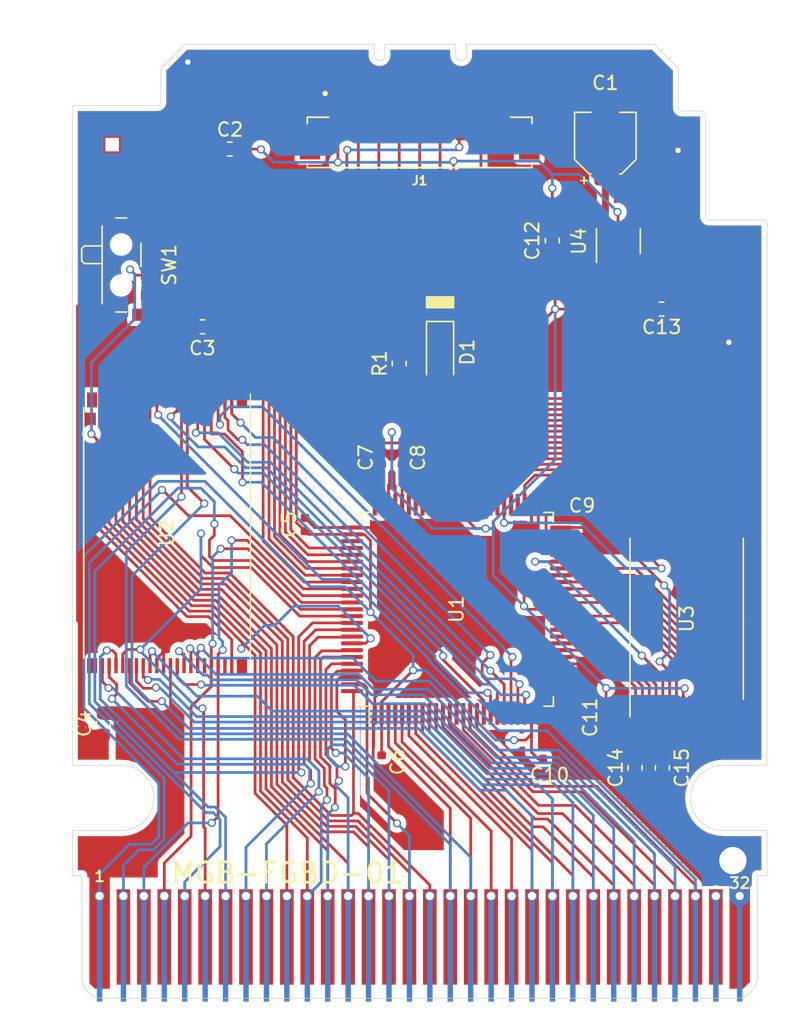
<source format=kicad_pcb>
(kicad_pcb (version 20221018) (generator pcbnew)
  (title_block (title "Game Boy Camera Flashcart") (date "2021-09-20") (rev "1.0") (company "HDR"))
  (layers (0 "F.Cu" signal) (31 "B.Cu" signal) (34 "B.Paste" user) (35 "F.Paste" user) (36 "B.SilkS" user "B.Silkscreen") (37 "F.SilkS" user "F.Silkscreen") (38 "B.Mask" user) (39 "F.Mask" user) (44 "Edge.Cuts" user))
  (net 0 "")
  (net 1 "GND")
  (net 2 "+5V")
  (net 3 "GBD_R2")
  (net 4 "CAM_R2")
  (net 5 "CAM_READ")
  (net 6 "CAM_XCK")
  (net 7 "CAM_RESET")
  (net 8 "CAM_LOAD")
  (net 9 "CAM_SIN")
  (net 10 "CAM_START")
  (net 11 "Net-(U0-Pad31)")
  (net 12 "RESET")
  (net 13 "D7")
  (net 14 "D6")
  (net 15 "D5")
  (net 16 "D4")
  (net 17 "D3")
  (net 18 "D2")
  (net 19 "D1")
  (net 20 "D0")
  (net 21 "A15")
  (net 22 "A14")
  (net 23 "A13")
  (net 24 "A12")
  (net 25 "A11")
  (net 26 "A10")
  (net 27 "A9")
  (net 28 "A8")
  (net 29 "A7")
  (net 30 "A6")
  (net 31 "A5")
  (net 32 "A4")
  (net 33 "A3")
  (net 34 "A2")
  (net 35 "A1")
  (net 36 "A0")
  (net 37 "CS")
  (net 38 "RD")
  (net 39 "WR")
  (net 40 "CLK")
  (net 41 "Net-(U1-Pad78)")
  (net 42 "RAM_A3")
  (net 43 "RAM_A2")
  (net 44 "RAM_A1")
  (net 45 "RAM_A0")
  (net 46 "RAM_D0")
  (net 47 "RAM_D1")
  (net 48 "RAM_D2")
  (net 49 "RAM_D3")
  (net 50 "RAM_D4")
  (net 51 "RAM_D5")
  (net 52 "RAM_D6")
  (net 53 "RAM_D7")
  (net 54 "RAM_A10")
  (net 55 "RAM_OE")
  (net 56 "Net-(U1-Pad54)")
  (net 57 "RAM_RW")
  (net 58 "RAM_A4")
  (net 59 "RAM_A5")
  (net 60 "RAM_A6")
  (net 61 "RAM_A7")
  (net 62 "RAM_A12")
  (net 63 "RAM_A14")
  (net 64 "RAM_A16")
  (net 65 "RAM_A15")
  (net 66 "RAM_A13")
  (net 67 "RAM_A8")
  (net 68 "RAM_A9")
  (net 69 "RAM_A11")
  (net 70 "ROM_CE")
  (net 71 "ROM_A14")
  (net 72 "ROM_A17")
  (net 73 "ROM_A18")
  (net 74 "ROM_A19")
  (net 75 "ROM_A16")
  (net 76 "ROM_A15")
  (net 77 "Net-(U2-Pad45)")
  (net 78 "Net-(U2-Pad42)")
  (net 79 "Net-(U2-Pad13)")
  (net 80 "Net-(SW1-Pad2)")
  (net 81 "+3V3")
  (net 82 "RAM_CE")
  (net 83 "Net-(U3-Pad9)")
  (net 84 "Net-(U4-Pad4)")
  (footprint "Capacitor_SMD:CP_Elec_4x4.5" (layer "F.Cu") (at 153.622 75.3821 90)
    (fp_text reference "C1")
    (fp_text value "22uF")
  )
  (footprint "Diode_SMD:D_SOD-123" (layer "F.Cu") (at 141.488 90.71866 -90)
    (fp_text reference "D1")
    (fp_text value "Diode")
  )
  (footprint "Custom:JST_B9B-ZR-SM4-TF" (layer "F.Cu") (at 139.988 75.3292)
    (fp_text reference "J1")
    (fp_text value "B9B-ZR-SM4-TF")
  )
  (footprint "Resistor_SMD:R_0603_1608Metric" (layer "F.Cu") (at 138.488 91.55176 -90)
    (fp_text reference "R1")
    (fp_text value "1K")
  )
  (footprint "Connector_GameBoy:GameBoy_GamePak_CGB-002_P1.50mm_Edge" (layer "F.Cu") (at 139.988 138.127)
    (fp_text reference "U0" hide)
    (fp_text value "CartBus" hide)
  )
  (footprint "Package_QFP:LQFP-100_14x14mm_P0.5mm" (layer "F.Cu") (at 142.697 109.588 90)
    (fp_text reference "U1")
    (fp_text value "MAC-GBD")
  )
  (footprint "Package_SO:TSOP-I-32_11.8x8mm_P0.5mm" (layer "F.Cu") (at 159.593 110.277 90)
    (fp_text reference "U3")
    (fp_text value "FM28V100")
  )
  (footprint "Custom:AM29F0XX" (layer "F.Cu") (at 121.44 103.975 -90)
    (fp_text reference "U2")
    (fp_text value "AM29F016")
  )
  (footprint "Custom:SW_SPDT-K3-1296S-E1" (layer "F.Cu") (at 118.072 84.3242 90)
    (fp_text reference "SW1")
    (fp_text value "K3-1296S-E1")
  )
  (footprint "Package_TO_SOT_SMD:SOT-23-5" (layer "F.Cu") (at 154.579 82.5805 90)
    (fp_text reference "U4")
    (fp_text value "RT9013-33GB")
  )
  (footprint "Capacitor_SMD:C_0603_1608Metric" (layer "F.Cu") (at 126.058 75.8215)
    (fp_text reference "C2")
    (fp_text value "100nF")
  )
  (footprint "Capacitor_SMD:C_0603_1608Metric" (layer "F.Cu") (at 124.03328 88.85936)
    (fp_text reference "C3")
    (fp_text value "100nF")
  )
  (footprint "Capacitor_SMD:C_0603_1608Metric" (layer "F.Cu") (at 116.771 117.991 90)
    (fp_text reference "C4")
    (fp_text value "100nF")
  )
  (footprint "Capacitor_SMD:C_0402_1005Metric" (layer "F.Cu") (at 131.569 103.365 90)
    (fp_text reference "C5")
    (fp_text value "100nF")
  )
  (footprint "Capacitor_SMD:C_0402_1005Metric" (layer "F.Cu") (at 137.197 120.785 -90)
    (fp_text reference "C6")
    (fp_text value "100nF")
  )
  (footprint "Capacitor_SMD:C_0402_1005Metric" (layer "F.Cu") (at 137.197 98.4603 90)
    (fp_text reference "C7")
    (fp_text value "100nF")
  )
  (footprint "Capacitor_SMD:C_0402_1005Metric" (layer "F.Cu") (at 138.697 98.4603 -90)
    (fp_text reference "C8")
    (fp_text value "100nF")
  )
  (footprint "Capacitor_SMD:C_0402_1005Metric" (layer "F.Cu") (at 151.91 100.81 180)
    (fp_text reference "C9")
    (fp_text value "100nF")
  )
  (footprint "Capacitor_SMD:C_0402_1005Metric" (layer "F.Cu") (at 149.52726 120.57126 180)
    (fp_text reference "C10")
    (fp_text value "100nF")
  )
  (footprint "Capacitor_SMD:C_0402_1005Metric" (layer "F.Cu") (at 153.675 117.516 90)
    (fp_text reference "C11")
    (fp_text value "100nF")
  )
  (footprint "Capacitor_SMD:C_0603_1608Metric" (layer "F.Cu") (at 149.728 82.5348 -90)
    (fp_text reference "C12")
    (fp_text value "100nF")
  )
  (footprint "Capacitor_SMD:C_0603_1608Metric" (layer "F.Cu") (at 157.759 87.5614 180)
    (fp_text reference "C13")
    (fp_text value "100nF")
  )
  (footprint "Capacitor_SMD:C_0603_1608Metric" (layer "F.Cu") (at 155.809 121.219 -90)
    (fp_text reference "C14")
    (fp_text value "22pF")
  )
  (footprint "Capacitor_SMD:C_0603_1608Metric" (layer "F.Cu") (at 157.809 121.219 -90)
    (fp_text reference "C15")
    (fp_text value "22pF")
  )
  (footprint "Custom:Nintendo_3x3_GNDPad" (layer "F.Cu") (at 117.412 75.4888)
    (fp_text reference "PAD*" hide)
    (fp_text value "Nintendo_3x3_GNDPad")
  )
  (footprint "Custom:HDR_Logo_Small" (layer "B.Cu") (at 139.988 81.42224 180)
    (fp_text reference "G***" hide)
    (fp_text value "LOGO" hide)
  )
  (gr_poly (pts (xy 142.48822 87.46864) (xy 140.48822 87.46864) (xy 140.48822 86.65794) (xy 142.48822 86.65794)) (stroke (width 0.1)) (fill solid) (layer "F.SilkS"))
  (gr_arc (start 118.0851 121.02738) (mid 120.48506 123.42734) (end 118.0851 125.8273) (stroke (width 0.05)) (layer "Edge.Cuts"))
  (gr_line (start 165.48282 121.0243) (end 165.48282 81.2743) (stroke (width 0.05)) (layer "Edge.Cuts"))
  (gr_arc (start 116.72282 138.1273) (mid 115.621951 137.673294) (end 115.182841 136.566399) (stroke (width 0.05)) (layer "Edge.Cuts"))
  (gr_line (start 165.48282 129.1273) (end 165.48282 125.8243) (stroke (width 0.05)) (layer "Edge.Cuts"))
  (gr_line (start 114.48282 129.1273) (end 115.18282 129.1273) (stroke (width 0.05)) (layer "Edge.Cuts"))
  (gr_arc (start 162.28054 125.8243) (mid 159.88058 123.42434) (end 162.28054 121.02438) (stroke (width 0.05)) (layer "Edge.Cuts"))
  (gr_line (start 114.48282 125.8273) (end 114.48282 129.1273) (stroke (width 0.05)) (layer "Edge.Cuts"))
  (gr_line (start 157.21282 68.1273) (end 143.43782 68.1273) (stroke (width 0.05)) (layer "Edge.Cuts"))
  (gr_line (start 164.78282 136.4873) (end 164.78282 129.1273) (stroke (width 0.05)) (layer "Edge.Cuts"))
  (gr_line (start 164.78282 129.1273) (end 165.48282 129.1273) (stroke (width 0.05)) (layer "Edge.Cuts"))
  (gr_line (start 165.48282 121.0243) (end 162.28054 121.02438) (stroke (width 0.05)) (layer "Edge.Cuts"))
  (gr_line (start 114.48282 121.0273) (end 118.0851 121.02738) (stroke (width 0.05)) (layer "Edge.Cuts"))
  (gr_line (start 115.18282 129.1273) (end 115.182821 136.5673) (stroke (width 0.05)) (layer "Edge.Cuts"))
  (gr_line (start 116.72282 138.1273) (end 163.35282 138.127296) (stroke (width 0.05)) (layer "Edge.Cuts"))
  (gr_line (start 114.48282 125.8273) (end 118.0851 125.8273) (stroke (width 0.05)) (layer "Edge.Cuts"))
  (gr_line (start 165.48282 125.8243) (end 162.28054 125.8243) (stroke (width 0.05)) (layer "Edge.Cuts"))
  (gr_line (start 114.48282 72.8773) (end 114.48282 121.0273) (stroke (width 0.05)) (layer "Edge.Cuts"))
  (gr_arc (start 164.78282 136.4873) (mid 164.394323 137.59231) (end 163.352346 138.127342) (stroke (width 0.05)) (layer "Edge.Cuts"))
  (gr_line (start 165.23282 81.0243) (end 161.23282 81.0243) (stroke (width 0.05)) (layer "Edge.Cuts"))
  (gr_line (start 158.98058 69.89506) (end 158.98282 72.7743) (stroke (width 0.05)) (layer "Edge.Cuts"))
  (gr_arc (start 137.43782 68.9273) (mid 137.03782 69.3273) (end 136.63782 68.9273) (stroke (width 0.05)) (layer "Edge.Cuts"))
  (gr_line (start 142.63782 68.1273) (end 142.63782 68.9273) (stroke (width 0.05)) (layer "Edge.Cuts"))
  (gr_line (start 137.43782 68.9273) (end 137.43782 68.1273) (stroke (width 0.05)) (layer "Edge.Cuts"))
  (gr_line (start 136.63782 68.1273) (end 136.63782 68.9273) (stroke (width 0.05)) (layer "Edge.Cuts"))
  (gr_line (start 142.63782 68.1273) (end 137.43782 68.1273) (stroke (width 0.05)) (layer "Edge.Cuts"))
  (gr_line (start 136.63782 68.1273) (end 122.75282 68.1273) (stroke (width 0.05)) (layer "Edge.Cuts"))
  (gr_line (start 158.98058 69.89506) (end 157.21282 68.1273) (stroke (width 0.05)) (layer "Edge.Cuts"))
  (gr_arc (start 160.73282 73.0243) (mid 160.909597 73.097523) (end 160.98282 73.2743) (stroke (width 0.05)) (layer "Edge.Cuts"))
  (gr_arc (start 120.98282 72.3773) (mid 120.909597 72.554077) (end 120.73282 72.6273) (stroke (width 0.05)) (layer "Edge.Cuts"))
  (gr_arc (start 114.48282 72.8773) (mid 114.556043 72.700523) (end 114.73282 72.6273) (stroke (width 0.05)) (layer "Edge.Cuts"))
  (gr_arc (start 165.23282 81.0243) (mid 165.409597 81.097523) (end 165.48282 81.2743) (stroke (width 0.05)) (layer "Edge.Cuts"))
  (gr_arc (start 161.23282 81.0243) (mid 161.056043 80.951077) (end 160.98282 80.7743) (stroke (width 0.05)) (layer "Edge.Cuts"))
  (gr_arc (start 143.43782 68.9273) (mid 143.03782 69.3273) (end 142.63782 68.9273) (stroke (width 0.05)) (layer "Edge.Cuts"))
  (gr_line (start 120.98506 69.89506) (end 122.75282 68.1273) (stroke (width 0.05)) (layer "Edge.Cuts"))
  (gr_line (start 160.98282 80.7743) (end 160.98282 73.2743) (stroke (width 0.05)) (layer "Edge.Cuts"))
  (gr_line (start 160.73282 73.0243) (end 159.23282 73.0243) (stroke (width 0.05)) (layer "Edge.Cuts"))
  (gr_line (start 114.73282 72.6273) (end 120.73282 72.6273) (stroke (width 0.05)) (layer "Edge.Cuts"))
  (gr_arc (start 159.23282 73.0243) (mid 159.056043 72.951077) (end 158.98282 72.7743) (stroke (width 0.05)) (layer "Edge.Cuts"))
  (gr_line (start 120.98282 72.3773) (end 120.98506 69.89506) (stroke (width 0.05)) (layer "Edge.Cuts"))
  (gr_line (start 143.43782 68.9273) (end 143.43782 68.1273) (stroke (width 0.05)) (layer "Edge.Cuts"))
  (gr_text "MGB-FGBD-01" (at 130.29692 128.93294) (layer "F.SilkS") (effects (font (size 1.5 1.5) (thickness 0.2))))
  (segment (start 121.19 113.725) (end 121.19 112.6429) (width 0.2) (layer "F.Cu") (net 1))
  (segment (start 156.843 104.76792) (end 157.03042 104.95534) (width 0.2) (layer "F.Cu") (net 1))
  (segment (start 120.2627 82.0742) (end 120.6097 82.0742) (width 0.2) (layer "F.Cu") (net 1))
  (segment (start 153.675 118.001) (end 152.785 118.001) (width 0.2) (layer "F.Cu") (net 1))
  (segment (start 146.6831 104.2931) (end 143.9444 104.2931) (width 0.2) (layer "F.Cu") (net 1))
  (segment (start 148.197 101.913) (end 148.197 104.04418) (width 0.2) (layer "F.Cu") (net 1))
  (segment (start 140.0798 113.7478) (end 143.0944 110.7332) (width 0.2) (layer "F.Cu") (net 1))
  (segment (start 150.372 113.588) (end 148.61112 113.588) (width 0.2) (layer "F.Cu") (net 1))
  (segment (start 116.412 76.16316) (end 116.412 75.4888) (width 0.2) (layer "F.Cu") (net 1))
  (segment (start 142.697 103.0457) (end 138.4805 103.0457) (width 0.2) (layer "F.Cu") (net 1))
  (segment (start 115.2647 117.49836) (end 115.2647 117.82502) (width 0.2) (layer "F.Cu") (net 1))
  (segment (start 154.86634 102.245534) (end 154.938543 102.317737) (width 0.2) (layer "F.Cu") (net 1))
  (segment (start 115.2647 117.2722) (end 115.2647 116.16132) (width 0.2) (layer "F.Cu") (net 1))
  (segment (start 117.412 76.4888) (end 117.73738 76.4888) (width 0.2) (layer "F.Cu") (net 1))
  (segment (start 138.697 97.9753) (end 138.072 98.6003) (width 0.2) (layer "F.Cu") (net 1))
  (segment (start 137.822 98.6003) (end 137.197 97.9753) (width 0.2) (layer "F.Cu") (net 1))
  (segment (start 137.3712 103.588) (end 137.46077 103.49843) (width 0.2) (layer "F.Cu") (net 1))
  (segment (start 159.843 103.852) (end 159.843 105.44636) (width 0.2) (layer "F.Cu") (net 1))
  (segment (start 116.412 75.4888) (end 116.412 75.06336) (width 0.2) (layer "F.Cu") (net 1))
  (segment (start 115.2647 117.6904) (end 115.2647 117.81486) (width 0.2) (layer "F.Cu") (net 1))
  (segment (start 150.372 114.588) (end 148.97198 114.588) (width 0.2) (layer "F.Cu") (net 1))
  (segment (start 150.372 114.088) (end 148.66484 114.088) (width 0.2) (layer "F.Cu") (net 1))
  (segment (start 115.38458 117.94998) (end 115.81638 118.38178) (width 0.2) (layer "F.Cu") (net 1))
  (segment (start 120.147 82.0742) (end 119.2217 82.0742) (width 0.2) (layer "F.Cu") (net 1))
  (segment (start 115.38458 117.9449) (end 115.46586 118.02618) (width 0.2) (layer "F.Cu") (net 1))
  (segment (start 119.2217 82.9995) (end 114.8642 87.357) (width 0.2) (layer "F.Cu") (net 1))
  (segment (start 120.94 112.3825) (end 120.4909 111.9334) (width 0.2) (layer "F.Cu") (net 1))
  (segment (start 120.4909 111.9334) (end 116.3738 111.9334) (width 0.2) (layer "F.Cu") (net 1))
  (segment (start 154.93492 102.323526) (end 154.93492 102.50932) (width 0.2) (layer "F.Cu") (net 1))
  (segment (start 142.697 101.913) (end 142.697 101.0699) (width 0.2) (layer "F.Cu") (net 1))
  (segment (start 137.697 101.913) (end 137.697 100.4661) (width 0.2) (layer "F.Cu") (net 1))
  (segment (start 150.372 115.588) (end 151.74954 115.588) (width 0.2) (layer "F.Cu") (net 1))
  (segment (start 140.0798 113.7478) (end 139.7319 113.3999) (width 0.2) (layer "F.Cu") (net 1))
  (segment (start 145.1624 70.8533) (end 130.2387 70.8533) (width 0.2) (layer "F.Cu") (net 1))
  (segment (start 163.488 130.627) (end 163.488 129.3241) (width 1.5) (layer "F.Cu") (net 1))
  (segment (start 114.8642 110.4238) (end 116.3738 111.9334) (width 0.2) (layer "F.Cu") (net 1))
  (segment (start 138.28148 103.24472) (end 138.4805 103.0457) (width 0.2) (layer "F.Cu") (net 1))
  (segment (start 150.372 115.588) (end 148.72694 115.588) (width 0.2) (layer "F.Cu") (net 1))
  (segment (start 115.6335 118.38178) (end 115.5573 118.30558) (width 0.2) (layer "F.Cu") (net 1))
  (segment (start 148.697 100.83006) (end 148.697 101.913) (width 0.2) (layer "F.Cu") (net 1))
  (segment (start 137.64701 103.31219) (end 138.21401 103.31219) (width 0.2) (layer "F.Cu") (net 1))
  (segment (start 138.197 101.913) (end 138.197 103.16024) (width 0.2) (layer "F.Cu") (net 1))
  (segment (start 151.7337 100.1487) (end 152.769506 100.1487) (width 0.2) (layer "F.Cu") (net 1))
  (segment (start 145.988 73.5792) (end 145.988 73.2441) (width 0.2) (layer "F.Cu") (net 1))
  (segment (start 137.64701 102.40839) (end 137.64701 103.31219) (width 0.2) (layer "F.Cu") (net 1))
  (segment (start 117.98376 74.4888) (end 118.412 74.91704) (width 0.2) (layer "F.Cu") (net 1))
  (segment (start 145.988 71.6789) (end 145.1624 70.8533) (width 0.2) (layer "F.Cu") (net 1))
  (segment (start 150.372 105.588) (end 151.93518 105.588) (width 0.2) (layer "F.Cu") (net 1))
  (segment (start 146.8206 96.9463) (end 154.0947 96.9463) (width 0.2) (layer "F.Cu") (net 1))
  (segment (start 115.2647 113.0425) (end 116.3738 111.9334) (width 0.2) (layer "F.Cu") (net 1))
  (segment (start 115.81638 118.38178) (end 115.6335 118.38178) (width 0.2) (layer "F.Cu") (net 1))
  (segment (start 137.697 101.913) (end 137.697 102.3584) (width 0.2) (layer "F.Cu") (net 1))
  (segment (start 145.988 73.2441) (end 145.988 71.6789) (width 0.2) (layer "F.Cu") (net 1))
  (segment (start 120.147 78.22954) (end 122.55504 75.8215) (width 0.2) (layer "F.Cu") (net 1))
  (segment (start 130.2387 70.8533) (end 125.2705 75.8215) (width 0.2) (layer "F.Cu") (net 1))
  (segment (start 154.938543 102.319903) (end 154.93492 102.323526) (width 0.2) (layer "F.Cu") (net 1))
  (segment (start 120.69 113.199402) (end 121.19 112.699402) (width 0.2) (layer "F.Cu") (net 1))
  (segment (start 150.372 103.588) (end 152.29332 103.588) (width 0.2) (layer "F.Cu") (net 1))
  (segment (start 150.372 114.088) (end 151.5784 114.088) (width 0.2) (layer "F.Cu") (net 1))
  (segment (start 151.7337 100.1487) (end 149.37836 100.1487) (width 0.2) (layer "F.Cu") (net 1))
  (segment (start 150.372 104.088) (end 152.35682 104.088) (width 0.2) (layer "F.Cu") (net 1))
  (segment (start 115.38458 117.9449) (end 115.38458 117.94998) (width 0.2) (layer "F.Cu") (net 1))
  (segment (start 150.372 115.088) (end 148.8446 115.088) (width 0.2) (layer "F.Cu") (net 1))
  (segment (start 156.843 103.852) (end 156.843 104.76792) (width 0.2) (layer "F.Cu") (net 1))
  (segment (start 116.73764 76.4888) (end 116.412 76.16316) (width 0.2) (layer "F.Cu") (net 1))
  (segment (start 152.395 101.565) (end 152.395 100.81) (width 0.2) (layer "F.Cu") (net 1))
  (segment (start 117.412 74.4888) (end 117.98376 74.4888) (width 0.2) (layer "F.Cu") (net 1))
  (segment (start 150.372 114.588) (end 151.8453 114.588) (width 0.2) (layer "F.Cu") (net 1))
  (segment (start 150.372 113.588) (end 151.58132 113.588) (width 0.2) (layer "F.Cu") (net 1))
  (segment (start 136.697 117.263) (end 136.576 117.384) (width 0.2) (layer "F.Cu") (net 1))
  (segment (start 150.372 104.588) (end 152.40762 104.588) (width 0.2) (layer "F.Cu") (net 1))
  (segment (start 120.147 82.0742) (end 120.147 78.22954) (width 0.2) (layer "F.Cu") (net 1))
  (segment (start 132.277 103.588) (end 131.569 102.88) (width 0.2) (layer "F.Cu") (net 1))
  (segment (start 115.2647 116.16132) (end 115.2647 113.0425) (width 0.2) (layer "F.Cu") (net 1))
  (segment (start 159.843 102.6946) (end 159.843 103.852) (width 0.2) (layer "F.Cu") (net 1))
  (segment (start 158.5465 87.5614) (end 158.857 87.5614) (width 0.2) (layer "F.Cu") (net 1))
  (segment (start 115.2647 117.49836) (end 115.2647 117.6904) (width 0.2) (layer "F.Cu") (net 1))
  (segment (start 115.2647 116.16132) (end 115.2647 117.49836) (width 0.2) (layer "F.Cu") (net 1))
  (segment (start 121.19 112.6429) (end 121.19 112.41888) (width 0.2) (layer "F.Cu") (net 1))
  (segment (start 157.809 122.0065) (end 155.809 122.0065) (width 0.2) (layer "F.Cu") (net 1))
  (segment (start 143.9444 104.2931) (end 142.697 103.0457) (width 0.2) (layer "F.Cu") (net 1))
  (segment (start 137.697 102.3584) (end 137.64701 102.40839) (width 0.2) (layer "F.Cu") (net 1))
  (segment (start 150.372 105.088) (end 151.99614 105.088) (width 0.2) (layer "F.Cu") (net 1))
  (segment (start 121.19 112.699402) (end 121.19 112.6429) (width 0.2) (layer "F.Cu") (net 1))
  (segment (start 136.576 120.649) (end 137.197 121.27) (width 0.2) (layer "F.Cu") (net 1))
  (segment (start 122.55504 75.8215) (end 125.2705 75.8215) (width 0.2) (layer "F.Cu") (net 1))
  (segment (start 136.576 117.384) (end 136.576 120.649) (width 0.2) (layer "F.Cu") (net 1))
  (segment (start 138.197 101.913) (end 138.197 100.50848) (width 0.2) (layer "F.Cu") (net 1))
  (segment (start 118.412 75.81418) (end 118.412 75.4888) (width 0.2) (layer "F.Cu") (net 1))
  (segment (start 152.769506 100.1487) (end 154.86634 102.245534) (width 0.2) (layer "F.Cu") (net 1))
  (segment (start 148.697 101.913) (end 148.697 104.14984) (width 0.2) (layer "F.Cu") (net 1))
  (segment (start 142.697 116.365) (end 140.0798 113.7478) (width 0.2) (layer "F.Cu") (net 1))
  (segment (start 116.412 75.06336) (end 116.98656 74.4888) (width 0.2) (layer "F.Cu") (net 1))
  (segment (start 150.372 115.088) (end 151.70464 115.088) (width 0.2) (layer "F.Cu") (net 1))
  (segment (start 117.412 76.4888) (end 116.73764 76.4888) (width 0.2) (layer "F.Cu") (net 1))
  (segment (start 150.372 113.088) (end 151.50042 113.088) (width 0.2) (layer "F.Cu") (net 1))
  (segment (start 154.938543 102.317737) (end 154.938543 102.319903) (width 0.2) (layer "F.Cu") (net 1))
  (segment (start 154.579 83.6805) (end 154.579 84.5108) (width 0.5) (layer "F.Cu") (net 1))
  (segment (start 116.98656 74.4888) (end 117.412 74.4888) (width 0.2) (layer "F.Cu") (net 1))
  (segment (start 120.69 113.725) (end 120.69 113.199402) (width 0.2) (layer "F.Cu") (net 1))
  (segment (start 138.072 98.6003) (end 137.822 98.6003) (width 0.2) (layer "F.Cu") (net 1))
  (segment (start 146.6831 110.7332) (end 146.6831 104.2931) (width 0.2) (layer "F.Cu") (net 1))
  (segment (start 114.8642 87.357) (end 114.8642 110.4238) (width 0.2) (layer "F.Cu") (net 1))
  (segment (start 154.938543 102.317737) (end 154.93746 102.31882) (width 0.2) (layer "F.Cu") (net 1))
  (segment (start 135.022 103.588) (end 132.277 103.588) (width 0.2) (layer "F.Cu") (net 1))
  (segment (start 142.697 103.0457) (end 142.697 101.913) (width 0.2) (layer "F.Cu") (net 1))
  (segment (start 139.3146 113.3999) (end 136.697 116.0175) (width 0.2) (layer "F.Cu") (net 1))
  (segment (start 115.2647 117.82502) (end 115.38458 117.9449) (width 0.2) (layer "F.Cu") (net 1))
  (segment (start 142.697 101.0699) (end 146.8206 96.9463) (width 0.2) (layer "F.Cu") (net 1))
  (segment (start 153.284 73.2441) (end 153.622 73.5821) (width 0.2) (layer "F.Cu") (net 1))
  (segment (start 143.0944 110.7332) (end 146.6831 110.7332) (width 0.2) (layer "F.Cu") (net 1))
  (segment (start 153.675 119.8725) (end 155.809 122.0065) (width 0.2) (layer "F.Cu") (net 1))
  (segment (start 153.675 118.001) (end 153.675 119.8725) (width 0.2) (layer "F.Cu") (net 1))
  (segment (start 117.73738 76.4888) (end 118.412 75.81418) (width 0.2) (layer "F.Cu") (net 1))
  (segment (start 138.197 103.16024) (end 138.28148 103.24472) (width 0.2) (layer "F.Cu") (net 1))
  (segment (start 135.022 103.588) (end 137.3712 103.588) (width 0.2) (layer "F.Cu") (net 1))
  (segment (start 137.64701 103.31219) (end 137.46077 103.49843) (width 0.2) (layer "F.Cu") (net 1))
  (segment (start 118.412 74.91704) (end 118.412 75.4888) (width 0.2) (layer "F.Cu") (net 1))
  (segment (start 149.37836 100.1487) (end 148.697 100.83006) (width 0.2) (layer "F.Cu") (net 1))
  (segment (start 154.0947 96.9463) (end 159.843 102.6946) (width 0.2) (layer "F.Cu") (net 1))
  (segment (start 138.21401 103.31219) (end 138.28148 103.24472) (width 0.2) (layer "F.Cu") (net 1))
  (segment (start 142.697 117.263) (end 142.697 116.365) (width 0.2) (layer "F.Cu") (net 1))
  (segment (start 136.697 116.0175) (end 136.697 117.263) (width 0.2) (layer "F.Cu") (net 1))
  (segment (start 120.2627 82.0742) (end 120.147 82.0742) (width 0.2) (layer "F.Cu") (net 1))
  (segment (start 150.372 113.088) (end 148.7606 113.088) (width 0.2) (layer "F.Cu") (net 1))
  (segment (start 139.7319 113.3999) (end 139.3146 113.3999) (width 0.2) (layer "F.Cu") (net 1))
  (segment (start 119.2217 82.0742) (end 119.2217 82.9995) (width 0.2) (layer "F.Cu") (net 1))
  (via (at 162.988 128.027) (size 2.05) (drill 2) (layers "F.Cu" "B.Cu") (net 1))
  (via (at 162.69208 90.00236) (size 0.6) (drill 0.4) (layers "F.Cu" "B.Cu") (net 1))
  (via (at 122.96648 69.43598) (size 0.6) (drill 0.4) (layers "F.Cu" "B.Cu") (net 1))
  (via (at 158.96082 75.91044) (size 0.6) (drill 0.4) (layers "F.Cu" "B.Cu") (net 1))
  (segment (start 163.488 130.627) (end 163.488 129.46126) (width 1.5) (layer "B.Cu") (net 1))
  (segment (start 148.197 119.34768) (end 148.197 120.07412) (width 0.2) (layer "F.Cu") (net 2))
  (segment (start 153.629 83.6805) (end 153.629 82.98978) (width 0.2) (layer "F.Cu") (net 2))
  (segment (start 149.728 81.7473) (end 149.728 78.697) (width 0.2) (layer "F.Cu") (net 2))
  (segment (start 128.31314 75.8215) (end 128.3335 75.84186) (width 0.2) (layer "F.Cu") (net 2))
  (segment (start 155.529 83.04502) (end 154.55138 82.0674) (width 0.2) (layer "F.Cu") (net 2))
  (segment (start 137.197 116.3712) (end 139.5107 114.0575) (width 0.2) (layer "F.Cu") (net 2))
  (segment (start 135.022 104.088) (end 131.807 104.088) (width 0.2) (layer "F.Cu") (net 2))
  (segment (start 148.197 120.07412) (end 148.69414 120.57126) (width 0.2) (layer "F.Cu") (net 2))
  (segment (start 121.69 93.09494) (end 123.24578 91.53916) (width 0.2) (layer "F.Cu") (net 2))
  (segment (start 123.24578 82.28594) (end 126.8455 78.68622) (width 0.2) (layer "F.Cu") (net 2))
  (segment (start 131.569 103.85) (end 130.9306 103.2116) (width 0.2) (layer "F.Cu") (net 2))
  (segment (start 154.55138 80.47228) (end 154.51328 80.43418) (width 0.2) (layer "F.Cu") (net 2))
  (segment (start 148.197 117.263) (end 148.197 118.0966) (width 0.2) (layer "F.Cu") (net 2))
  (segment (start 123.24578 87.40384) (end 122.41614 86.5742) (width 0.2) (layer "F.Cu") (net 2))
  (segment (start 148.197 118.75954) (end 147.76958 119.18696) (width 0.2) (layer "F.Cu") (net 2))
  (segment (start 133.988 73.5792) (end 133.988 76.7939) (width 0.2) (layer "F.Cu") (net 2))
  (segment (start 136.3773 104.5468) (end 136.3773 109.7977) (width 0.2) (layer "F.Cu") (net 2))
  (segment (start 147.76958 119.18696) (end 146.91868 119.18696) (width 0.2) (layer "F.Cu") (net 2))
  (segment (start 148.69414 120.57126) (end 149.04226 120.57126) (width 0.2) (layer "F.Cu") (net 2))
  (segment (start 116.771 117.2035) (end 118.44556 117.2035) (width 1) (layer "F.Cu") (net 2))
  (segment (start 148.197 118.0966) (end 148.197 119.34768) (width 0.2) (layer "F.Cu") (net 2))
  (segment (start 120.147 86.5742) (end 121.0383 86.5742) (width 0.2) (layer "F.Cu") (net 2))
  (segment (start 123.24578 88.85936) (end 123.24578 87.40384) (width 0.2) (layer "F.Cu") (net 2))
  (segment (start 142.48201 78.69499) (end 142.48201 76.70617) (width 0.2) (layer "F.Cu") (net 2))
  (segment (start 116.771 117.2035) (end 117.26954 117.2035) (width 0.2) (layer "F.Cu") (net 2))
  (segment (start 148.197 118.0966) (end 148.197 118.75954) (width 0.2) (layer "F.Cu") (net 2))
  (segment (start 142.48201 76.70617) (end 142.47622 76.70038) (width 0.2) (layer "F.Cu") (net 2))
  (segment (start 116.488 130.627) (end 116.488 129.05634) (width 1.5) (layer "F.Cu") (net 2))
  (segment (start 123.24578 91.53916) (end 123.24578 88.85936) (width 0.2) (layer "F.Cu") (net 2))
  (segment (start 135.022 104.088) (end 135.9185 104.088) (width 0.2) (layer "F.Cu") (net 2))
  (segment (start 121.69 113.725) (end 121.69 116.85156) (width 0.2) (layer "F.Cu") (net 2))
  (segment (start 130.9306 90.2464) (end 142.48201 78.69499) (width 0.2) (layer "F.Cu") (net 2))
  (segment (start 117.63502 117.74424) (end 117.63502 118.24716) (width 0.2) (layer "F.Cu") (net 2))
  (segment (start 117.63502 117.56898) (end 117.63502 117.74424) (width 0.2) (layer "F.Cu") (net 2))
  (segment (start 155.529 83.6805) (end 155.529 83.04502) (width 0.2) (layer "F.Cu") (net 2))
  (segment (start 153.629 82.98978) (end 154.55138 82.0674) (width 0.2) (layer "F.Cu") (net 2))
  (segment (start 137.197 117.263) (end 137.197 116.3712) (width 0.2) (layer "F.Cu") (net 2))
  (segment (start 117.63502 117.74424) (end 117.75694 117.74424) (width 0.2) (layer "F.Cu") (net 2))
  (segment (start 122.41614 86.5742) (end 121.0383 86.5742) (width 0.2) (layer "F.Cu") (net 2))
  (segment (start 131.807 104.088) (end 131.569 103.85) (width 0.2) (layer "F.Cu") (net 2))
  (segment (start 117.26954 117.2035) (end 117.63502 117.56898) (width 0.2) (layer "F.Cu") (net 2))
  (segment (start 126.8455 75.8215) (end 128.31314 75.8215) (width 0.2) (layer "F.Cu") (net 2))
  (segment (start 154.55138 82.0674) (end 154.55138 80.47228) (width 0.2) (layer "F.Cu") (net 2))
  (segment (start 123.24578 87.40384) (end 123.24578 82.28594) (width 0.2) (layer "F.Cu") (net 2))
  (segment (start 130.9306 103.2116) (end 130.9306 90.2464) (width 0.2) (layer "F.Cu") (net 2))
  (segment (start 137.197 117.263) (end 137.197 120.3) (width 0.2) (layer "F.Cu") (net 2))
  (segment (start 153.629 83.2781) (end 153.629 83.6805) (width 0.2) (layer "F.Cu") (net 2))
  (segment (start 121.69 94.225) (end 121.69 93.09494) (width 0.2) (layer "F.Cu") (net 2))
  (segment (start 126.8455 78.68622) (end 126.8455 75.8215) (width 0.2) (layer "F.Cu") (net 2))
  (segment (start 135.9185 104.088) (end 136.3773 104.5468) (width 0.2) (layer "F.Cu") (net 2))
  (via (at 154.51328 80.43418) (size 0.6) (drill 0.4) (layers "F.Cu" "B.Cu") (net 2))
  (via (at 146.91868 119.18696) (size 0.6) (drill 0.4) (layers "F.Cu" "B.Cu") (net 2))
  (via (at 149.728 78.697) (size 0.6) (drill 0.4) (layers "F.Cu" "B.Cu") (net 2))
  (via (at 142.47622 76.70038) (size 0.6) (drill 0.4) (layers "F.Cu" "B.Cu") (net 2))
  (via (at 139.5107 114.0575) (size 0.6) (drill 0.4) (layers "F.Cu" "B.Cu") (net 2))
  (via (at 133.988 76.7939) (size 0.6) (drill 0.4) (layers "F.Cu" "B.Cu") (net 2))
  (via (at 128.3335 75.84186) (size 0.6) (drill 0.4) (layers "F.Cu" "B.Cu") (net 2))
  (via (at 136.3773 109.7977) (size 0.6) (drill 0.4) (layers "F.Cu" "B.Cu") (net 2))
  (segment (start 136.3773 109.7977) (end 139.5107 112.9311) (width 0.2) (layer "B.Cu") (net 2))
  (segment (start 115.3373 105.67) (end 120.8106 100.1967) (width 0.2) (layer "B.Cu") (net 2))
  (segment (start 142.47622 76.70038) (end 148.7551 76.70038) (width 0.2) (layer "B.Cu") (net 2))
  (segment (start 149.728 77.67328) (end 149.728 78.697) (width 0.2) (layer "B.Cu") (net 2))
  (segment (start 146.91868 119.18696) (end 145.56506 119.18696) (width 0.2) (layer "B.Cu") (net 2))
  (segment (start 151.75238 77.67328) (end 154.51328 80.43418) (width 0.2) (layer "B.Cu") (net 2))
  (segment (start 133.988 76.7939) (end 142.3827 76.7939) (width 0.2) (layer "B.Cu") (net 2))
  (segment (start 120.28518 126.82982) (end 120.8298 126.2852) (width 0.2) (layer "B.Cu") (net 2))
  (segment (start 140.4356 114.0575) (end 139.5107 114.0575) (width 0.2) (layer "B.Cu") (net 2))
  (segment (start 124.2226 100.1967) (end 131.9606 107.9347) (width 0.2) (layer "B.Cu") (net 2))
  (segment (start 116.488 130.627) (end 116.488 129.02586) (width 0.2) (layer "B.Cu") (net 2))
  (segment (start 134.5143 107.9347) (end 136.3773 109.7977) (width 0.2) (layer "B.Cu") (net 2))
  (segment (start 139.5107 112.9311) (end 139.5107 114.0575) (width 0.2) (layer "B.Cu") (net 2))
  (segment (start 120.8106 100.1967) (end 124.2226 100.1967) (width 0.2) (layer "B.Cu") (net 2))
  (segment (start 131.9606 107.9347) (end 134.5143 107.9347) (width 0.2) (layer "B.Cu") (net 2))
  (segment (start 148.7551 76.70038) (end 149.728 77.67328) (width 0.2) (layer "B.Cu") (net 2))
  (segment (start 142.3827 76.7939) (end 142.47622 76.70038) (width 0.2) (layer "B.Cu") (net 2))
  (segment (start 145.56506 119.18696) (end 140.4356 114.0575) (width 0.2) (layer "B.Cu") (net 2))
  (segment (start 120.8298 126.2852) (end 120.8298 122.3369) (width 0.2) (layer "B.Cu") (net 2))
  (segment (start 129.28554 76.7939) (end 128.3335 75.84186) (width 0.2) (layer "B.Cu") (net 2))
  (segment (start 115.3373 116.8444) (end 115.3373 105.67) (width 0.2) (layer "B.Cu") (net 2))
  (segment (start 118.68404 126.82982) (end 120.28518 126.82982) (width 0.2) (layer "B.Cu") (net 2))
  (segment (start 149.728 77.67328) (end 151.75238 77.67328) (width 0.2) (layer "B.Cu") (net 2))
  (segment (start 133.988 76.7939) (end 129.28554 76.7939) (width 0.2) (layer "B.Cu") (net 2))
  (segment (start 120.8298 122.3369) (end 115.3373 116.8444) (width 0.2) (layer "B.Cu") (net 2))
  (segment (start 116.488 129.02586) (end 118.68404 126.82982) (width 0.2) (layer "B.Cu") (net 2))
  (segment (start 141.4586 92.33926) (end 141.488 92.36866) (width 0.2) (layer "F.Cu") (net 3))
  (segment (start 138.488 93.73404) (end 136.1433 96.07874) (width 0.2) (layer "F.Cu") (net 3))
  (segment (start 138.488 92.33926) (end 141.4586 92.33926) (width 0.2) (layer "F.Cu") (net 3))
  (segment (start 136.1433 101.3593) (end 136.697 101.913) (width 0.2) (layer "F.Cu") (net 3))
  (segment (start 136.1433 96.07874) (end 136.1433 96.7733) (width 0.2) (layer "F.Cu") (net 3))
  (segment (start 136.1433 96.7733) (end 136.1433 101.3593) (width 0.2) (layer "F.Cu") (net 3))
  (segment (start 138.488 92.33926) (end 138.488 93.73404) (width 0.2) (layer "F.Cu") (net 3))
  (segment (start 138.488 90.76426) (end 138.488 83.254698) (width 0.2) (layer "F.Cu") (net 4))
  (segment (start 138.488 83.254698) (end 139.024709 82.717989) (width 0.2) (layer "F.Cu") (net 4))
  (segment (start 144.488 77.254698) (end 144.488 73.5792) (width 0.2) (layer "F.Cu") (net 4))
  (segment (start 139.024709 82.717989) (end 144.488 77.254698) (width 0.2) (layer "F.Cu") (net 4))
  (segment (start 131.5114 107.588) (end 128.4955 104.5721) (width 0.2) (layer "F.Cu") (net 5))
  (segment (start 135.022 107.588) (end 131.5114 107.588) (width 0.2) (layer "F.Cu") (net 5))
  (segment (start 134.6384 83.142804) (end 134.6384 75.9149) (width 0.2) (layer "F.Cu") (net 5))
  (segment (start 134.6384 75.9149) (end 134.6708 75.8825) (width 0.2) (layer "F.Cu") (net 5))
  (segment (start 128.4955 104.5721) (end 128.4955 89.285702) (width 0.2) (layer "F.Cu") (net 5))
  (segment (start 142.9004 73.6668) (end 142.988 73.5792) (width 0.2) (layer "F.Cu") (net 5))
  (segment (start 142.9004 75.6793) (end 142.9004 73.6668) (width 0.2) (layer "F.Cu") (net 5))
  (segment (start 128.4955 89.285702) (end 134.6384 83.142804) (width 0.2) (layer "F.Cu") (net 5))
  (via (at 142.9004 75.6793) (size 0.6) (drill 0.4) (layers "F.Cu" "B.Cu") (net 5))
  (via (at 134.6708 75.8825) (size 0.6) (drill 0.4) (layers "F.Cu" "B.Cu") (net 5))
  (segment (start 142.6972 75.8825) (end 142.9004 75.6793) (width 0.2) (layer "B.Cu") (net 5))
  (segment (start 134.6708 75.8825) (end 142.6972 75.8825) (width 0.2) (layer "B.Cu") (net 5))
  (segment (start 130.5303 90.0806) (end 141.488 79.1229) (width 0.2) (layer "F.Cu") (net 6))
  (segment (start 130.5303 103.7682) (end 130.5303 90.0806) (width 0.2) (layer "F.Cu") (net 6))
  (segment (start 131.8501 105.088) (end 130.5303 103.7682) (width 0.2) (layer "F.Cu") (net 6))
  (segment (start 141.488 79.1229) (end 141.488 73.5792) (width 0.2) (layer "F.Cu") (net 6))
  (segment (start 135.022 105.088) (end 131.8501 105.088) (width 0.2) (layer "F.Cu") (net 6))
  (segment (start 135.022 105.588) (end 131.784 105.588) (width 0.2) (layer "F.Cu") (net 7))
  (segment (start 130.13 103.934) (end 130.13 89.9148) (width 0.2) (layer "F.Cu") (net 7))
  (segment (start 131.784 105.588) (end 130.13 103.934) (width 0.2) (layer "F.Cu") (net 7))
  (segment (start 139.988 80.0568) (end 139.988 73.5792) (width 0.2) (layer "F.Cu") (net 7))
  (segment (start 130.13 89.9148) (end 139.988 80.0568) (width 0.2) (layer "F.Cu") (net 7))
  (segment (start 135.022 106.088) (end 131.7179 106.088) (width 0.2) (layer "F.Cu") (net 8))
  (segment (start 138.488 80.9907) (end 138.488 73.5792) (width 0.2) (layer "F.Cu") (net 8))
  (segment (start 129.7297 89.749) (end 138.488 80.9907) (width 0.2) (layer "F.Cu") (net 8))
  (segment (start 129.7297 104.0998) (end 129.7297 89.749) (width 0.2) (layer "F.Cu") (net 8))
  (segment (start 131.7179 106.088) (end 129.7297 104.0998) (width 0.2) (layer "F.Cu") (net 8))
  (segment (start 129.3294 104.2656) (end 129.3294 89.5832) (width 0.2) (layer "F.Cu") (net 9))
  (segment (start 131.6518 106.588) (end 129.3294 104.2656) (width 0.2) (layer "F.Cu") (net 9))
  (segment (start 135.022 106.588) (end 131.6518 106.588) (width 0.2) (layer "F.Cu") (net 9))
  (segment (start 129.3294 89.5832) (end 136.988 81.9246) (width 0.2) (layer "F.Cu") (net 9))
  (segment (start 136.988 81.9246) (end 136.988 75.4795) (width 0.2) (layer "F.Cu") (net 9))
  (segment (start 136.988 75.4795) (end 136.988 73.5792) (width 0.2) (layer "F.Cu") (net 9))
  (segment (start 135.488 82.858902) (end 135.488 73.5792) (width 0.2) (layer "F.Cu") (net 10))
  (segment (start 128.9291 89.417801) (end 135.488 82.858902) (width 0.2) (layer "F.Cu") (net 10))
  (segment (start 128.9291 104.4314) (end 128.9291 89.417801) (width 0.2) (layer "F.Cu") (net 10))
  (segment (start 135.022 107.088) (end 131.5857 107.088) (width 0.2) (layer "F.Cu") (net 10))
  (segment (start 131.5857 107.088) (end 128.9291 104.4314) (width 0.2) (layer "F.Cu") (net 10))
  (segment (start 144.197 117.263) (end 144.197 118.3016) (width 0.2) (layer "F.Cu") (net 12))
  (segment (start 120.7926 95.3199) (end 120.69 95.2173) (width 0.2) (layer "F.Cu") (net 12))
  (segment (start 160.238 130.627) (end 160.238 129.8267) (width 0.2) (layer "F.Cu") (net 12))
  (segment (start 120.69 95.2173) (end 120.69 94.225) (width 0.2) (layer "F.Cu") (net 12))
  (segment (start 144.197 118.3016) (end 148.469 122.5736) (width 0.2) (layer "F.Cu") (net 12))
  (segment (start 148.469 122.5736) (end 152.9849 122.5736) (width 0.2) (layer "F.Cu") (net 12))
  (segment (start 152.9849 122.5736) (end 160.238 129.8267) (width 0.2) (layer "F.Cu") (net 12))
  (via (at 120.7926 95.3199) (size 0.6) (drill 0.4) (layers "F.Cu" "B.Cu") (net 12))
  (segment (start 160.238 129.3897) (end 149.3422 118.4939) (width 0.2) (layer "B.Cu") (net 12))
  (segment (start 149.3422 118.4939) (end 145.7784 118.4939) (width 0.2) (layer "B.Cu") (net 12))
  (segment (start 132.8244 107.3917) (end 120.7926 95.3599) (width 0.2) (layer "B.Cu") (net 12))
  (segment (start 134.8204 107.3917) (end 132.8244 107.3917) (width 0.2) (layer "B.Cu") (net 12))
  (segment (start 140.7123 113.2836) (end 134.8204 107.3917) (width 0.2) (layer "B.Cu") (net 12))
  (segment (start 140.7123 113.4278) (end 140.7123 113.2836) (width 0.2) (layer "B.Cu") (net 12))
  (segment (start 145.7784 118.4939) (end 140.7123 113.4278) (width 0.2) (layer "B.Cu") (net 12))
  (segment (start 160.238 130.627) (end 160.238 129.3897) (width 0.2) (layer "B.Cu") (net 12))
  (segment (start 120.7926 95.3599) (end 120.7926 95.3199) (width 0.2) (layer "B.Cu") (net 12))
  (segment (start 148.2992 122.9739) (end 151.8852 122.9739) (width 0.2) (layer "F.Cu") (net 13))
  (segment (start 123.923 112.5241) (end 123.923 112.4089) (width 0.2) (layer "F.Cu") (net 13))
  (segment (start 158.738 130.627) (end 158.738 129.8267) (width 0.2) (layer "F.Cu") (net 13))
  (segment (start 143.697 118.3717) (end 148.2992 122.9739) (width 0.2) (layer "F.Cu") (net 13))
  (segment (start 143.697 117.263) (end 143.697 118.3717) (width 0.2) (layer "F.Cu") (net 13))
  (segment (start 123.69 112.7571) (end 123.923 112.5241) (width 0.2) (layer "F.Cu") (net 13))
  (segment (start 151.8852 122.9739) (end 158.738 129.8267) (width 0.2) (layer "F.Cu") (net 13))
  (segment (start 123.69 113.725) (end 123.69 112.7571) (width 0.2) (layer "F.Cu") (net 13))
  (via (at 123.923 112.4089) (size 0.6) (drill 0.4) (layers "F.Cu" "B.Cu") (net 13))
  (segment (start 136.7791 114.858) (end 135.089 113.1679) (width 0.2) (layer "B.Cu") (net 13))
  (segment (start 145.7292 119.9174) (end 140.6698 114.858) (width 0.2) (layer "B.Cu") (net 13))
  (segment (start 158.738 128.455398) (end 150.200002 119.9174) (width 0.2) (layer "B.Cu") (net 13))
  (segment (start 150.200002 119.9174) (end 145.7292 119.9174) (width 0.2) (layer "B.Cu") (net 13))
  (segment (start 158.738 130.627) (end 158.738 128.455398) (width 0.2) (layer "B.Cu") (net 13))
  (segment (start 140.6698 114.858) (end 136.7791 114.858) (width 0.2) (layer "B.Cu") (net 13))
  (segment (start 124.682 113.1679) (end 123.923 112.4089) (width 0.2) (layer "B.Cu") (net 13))
  (segment (start 135.089 113.1679) (end 124.682 113.1679) (width 0.2) (layer "B.Cu") (net 13))
  (segment (start 143.197 118.4503) (end 148.7213 123.9746) (width 0.2) (layer "F.Cu") (net 14))
  (segment (start 143.197 117.263) (end 143.197 118.4503) (width 0.2) (layer "F.Cu") (net 14))
  (segment (start 148.7213 123.9746) (end 151.3859 123.9746) (width 0.2) (layer "F.Cu") (net 14))
  (segment (start 157.238 130.627) (end 157.238 129.8267) (width 0.2) (layer "F.Cu") (net 14))
  (segment (start 123.19 112.5248) (end 123.1226 112.4574) (width 0.2) (layer "F.Cu") (net 14))
  (segment (start 123.19 113.725) (end 123.19 112.5248) (width 0.2) (layer "F.Cu") (net 14))
  (segment (start 151.3859 123.9746) (end 157.238 129.8267) (width 0.2) (layer "F.Cu") (net 14))
  (via (at 123.1226 112.4574) (size 0.6) (drill 0.4) (layers "F.Cu" "B.Cu") (net 14))
  (segment (start 145.6337 120.4572) (end 140.6349 115.4584) (width 0.2) (layer "B.Cu") (net 14))
  (segment (start 157.238 127.521096) (end 150.174104 120.4572) (width 0.2) (layer "B.Cu") (net 14))
  (segment (start 125.0262 114.361) (end 123.1226 112.4574) (width 0.2) (layer "B.Cu") (net 14))
  (segment (start 135.5157 114.361) (end 125.0262 114.361) (width 0.2) (layer "B.Cu") (net 14))
  (segment (start 150.174104 120.4572) (end 145.6337 120.4572) (width 0.2) (layer "B.Cu") (net 14))
  (segment (start 157.238 130.627) (end 157.238 127.521096) (width 0.2) (layer "B.Cu") (net 14))
  (segment (start 140.6349 115.4584) (end 136.6131 115.4584) (width 0.2) (layer "B.Cu") (net 14))
  (segment (start 136.6131 115.4584) (end 135.5157 114.361) (width 0.2) (layer "B.Cu") (net 14))
  (segment (start 148.6778 124.575) (end 150.4863 124.575) (width 0.2) (layer "F.Cu") (net 15))
  (segment (start 155.738 130.627) (end 155.738 129.8267) (width 0.2) (layer "F.Cu") (net 15))
  (segment (start 122.69 113.725) (end 122.69 112.8747) (width 0.2) (layer "F.Cu") (net 15))
  (segment (start 142.197 118.0942) (end 148.6778 124.575) (width 0.2) (layer "F.Cu") (net 15))
  (segment (start 150.4863 124.575) (end 155.738 129.8267) (width 0.2) (layer "F.Cu") (net 15))
  (segment (start 142.197 117.263) (end 142.197 118.0942) (width 0.2) (layer "F.Cu") (net 15))
  (segment (start 122.69 112.8747) (end 122.5323 112.8747) (width 0.2) (layer "F.Cu") (net 15))
  (segment (start 122.5323 112.8747) (end 122.3222 112.6646) (width 0.2) (layer "F.Cu") (net 15))
  (via (at 122.3222 112.6646) (size 0.6) (drill 0.4) (layers "F.Cu" "B.Cu") (net 15))
  (segment (start 136.4473 115.8587) (end 135.3499 114.7613) (width 0.2) (layer "B.Cu") (net 15))
  (segment (start 145.85774 120.8575) (end 145.2542 120.8575) (width 0.2) (layer "B.Cu") (net 15))
  (segment (start 155.738 130.627) (end 155.738 126.586794) (width 0.2) (layer "B.Cu") (net 15))
  (segment (start 155.738 126.586794) (end 150.008706 120.8575) (width 0.2) (layer "B.Cu") (net 15))
  (segment (start 150.008706 120.8575) (end 145.85774 120.8575) (width 0.2) (layer "B.Cu") (net 15))
  (segment (start 135.3499 114.7613) (end 124.7453 114.7613) (width 0.2) (layer "B.Cu") (net 15))
  (segment (start 124.4035 114.4195) (end 124.0771 114.4195) (width 0.2) (layer "B.Cu") (net 15))
  (segment (start 124.7453 114.7613) (end 124.4035 114.4195) (width 0.2) (layer "B.Cu") (net 15))
  (segment (start 124.0771 114.4195) (end 122.3222 112.6646) (width 0.2) (layer "B.Cu") (net 15))
  (segment (start 145.9685 120.8575) (end 145.85774 120.8575) (width 0.2) (layer "B.Cu") (net 15))
  (segment (start 145.2542 120.8575) (end 140.2554 115.8587) (width 0.2) (layer "B.Cu") (net 15))
  (segment (start 140.2554 115.8587) (end 136.4473 115.8587) (width 0.2) (layer "B.Cu") (net 15))
  (segment (start 148.4511 124.9754) (end 149.3867 124.9754) (width 0.2) (layer "F.Cu") (net 16))
  (segment (start 122.5807 114.966) (end 122.44059 114.82589) (width 0.2) (layer "F.Cu") (net 16))
  (segment (start 122.19 113.725) (end 122.19 114.5753) (width 0.2) (layer "F.Cu") (net 16))
  (segment (start 122.72242 115.10772) (end 122.44059 114.82589) (width 0.2) (layer "F.Cu") (net 16))
  (segment (start 141.697 117.263) (end 141.697 118.2213) (width 0.2) (layer "F.Cu") (net 16))
  (segment (start 141.697 118.2213) (end 148.4511 124.9754) (width 0.2) (layer "F.Cu") (net 16))
  (segment (start 122.44059 114.82589) (end 122.19 114.5753) (width 0.2) (layer "F.Cu") (net 16))
  (segment (start 154.238 130.627) (end 154.238 129.8267) (width 0.2) (layer "F.Cu") (net 16))
  (segment (start 123.93676 115.10772) (end 122.72242 115.10772) (width 0.2) (layer "F.Cu") (net 16))
  (segment (start 149.3867 124.9754) (end 154.238 129.8267) (width 0.2) (layer "F.Cu") (net 16))
  (via (at 123.93676 115.10772) (size 0.6) (drill 0.4) (layers "F.Cu" "B.Cu") (net 16))
  (segment (start 140.348902 116.5179) (end 139.97988 116.5179) (width 0.2) (layer "B.Cu") (net 16))
  (segment (start 136.540802 116.5179) (end 135.184212 115.16131) (width 0.2) (layer "B.Cu") (net 16))
  (segment (start 123.99035 115.16131) (end 123.93676 115.10772) (width 0.2) (layer "B.Cu") (net 16))
  (segment (start 140.1289 116.5179) (end 139.97988 116.5179) (width 0.2) (layer "B.Cu") (net 16))
  (segment (start 154.238 125.652492) (end 149.843018 121.25751) (width 0.2) (layer "B.Cu") (net 16))
  (segment (start 135.184212 115.16131) (end 123.99035 115.16131) (width 0.2) (layer "B.Cu") (net 16))
  (segment (start 145.088511 121.25751) (end 140.348902 116.5179) (width 0.2) (layer "B.Cu") (net 16))
  (segment (start 154.238 130.627) (end 154.238 125.652492) (width 0.2) (layer "B.Cu") (net 16))
  (segment (start 149.843018 121.25751) (end 145.088511 121.25751) (width 0.2) (layer "B.Cu") (net 16))
  (segment (start 139.97988 116.5179) (end 136.540802 116.5179) (width 0.2) (layer "B.Cu") (net 16))
  (segment (start 152.738 129.8267) (end 152.738 129.3319) (width 0.2) (layer "F.Cu") (net 17))
  (segment (start 141.197 118.1497) (end 141.197 118.3975) (width 0.2) (layer "F.Cu") (net 17))
  (segment (start 152.738 129.23538) (end 149.0472 125.54458) (width 0.2) (layer "F.Cu") (net 17))
  (segment (start 152.738 129.3319) (end 152.738 129.23538) (width 0.2) (layer "F.Cu") (net 17))
  (segment (start 141.197 117.263) (end 141.197 118.1497) (width 0.2) (layer "F.Cu") (net 17))
  (segment (start 148.89734 125.54458) (end 148.3487 125.54458) (width 0.2) (layer "F.Cu") (net 17))
  (segment (start 120.19 112.8114) (end 120.3334 112.668) (width 0.2) (layer "F.Cu") (net 17))
  (segment (start 141.197 118.45638) (end 148.2852 125.54458) (width 0.2) (layer "F.Cu") (net 17))
  (segment (start 152.738 130.627) (end 152.738 129.8267) (width 0.2) (layer "F.Cu") (net 17))
  (segment (start 120.19 113.725) (end 120.19 112.8747) (width 0.2) (layer "F.Cu") (net 17))
  (segment (start 120.19 112.8747) (end 120.19 112.8114) (width 0.2) (layer "F.Cu") (net 17))
  (segment (start 141.197 118.1497) (end 141.197 118.45638) (width 0.2) (layer "F.Cu") (net 17))
  (segment (start 149.0472 125.54458) (end 148.89734 125.54458) (width 0.2) (layer "F.Cu") (net 17))
  (via (at 120.3334 112.668) (size 0.6) (drill 0.4) (layers "F.Cu" "B.Cu") (net 17))
  (segment (start 139.1705 117.0595) (end 138.86836 117.0595) (width 0.2) (layer "B.Cu") (net 17))
  (segment (start 149.67733 121.65752) (end 144.922822 121.65752) (width 0.2) (layer "B.Cu") (net 17))
  (segment (start 144.922822 121.65752) (end 140.324803 117.0595) (width 0.2) (layer "B.Cu") (net 17))
  (segment (start 138.86836 117.0595) (end 129.164 117.0595) (width 0.2) (layer "B.Cu") (net 17))
  (segment (start 129.164 117.0595) (end 128.0667 115.9622) (width 0.2) (layer "B.Cu") (net 17))
  (segment (start 152.738 124.71819) (end 149.67733 121.65752) (width 0.2) (layer "B.Cu") (net 17))
  (segment (start 152.738 130.627) (end 152.738 124.71819) (width 0.2) (layer "B.Cu") (net 17))
  (segment (start 123.6276 115.9622) (end 120.3334 112.668) (width 0.2) (layer "B.Cu") (net 17))
  (segment (start 128.0667 115.9622) (end 123.6276 115.9622) (width 0.2) (layer "B.Cu") (net 17))
  (segment (start 140.324803 117.0595) (end 138.86836 117.0595) (width 0.2) (layer "B.Cu") (net 17))
  (segment (start 119.69 114.5753) (end 119.836 114.5753) (width 0.2) (layer "F.Cu") (net 18))
  (segment (start 119.69 113.725) (end 119.69 114.5753) (width 0.2) (layer "F.Cu") (net 18))
  (segment (start 140.697 118.5754) (end 151.238 129.1164) (width 0.2) (layer "F.Cu") (net 18))
  (segment (start 119.836 114.5753) (end 120.0374 114.7767) (width 0.2) (layer "F.Cu") (net 18))
  (segment (start 151.238 129.1164) (end 151.238 129.8267) (width 0.2) (layer "F.Cu") (net 18))
  (segment (start 140.697 117.263) (end 140.697 118.5754) (width 0.2) (layer "F.Cu") (net 18))
  (segment (start 151.238 130.627) (end 151.238 129.8267) (width 0.2) (layer "F.Cu") (net 18))
  (via (at 120.0374 114.7767) (size 0.6) (drill 0.4) (layers "F.Cu" "B.Cu") (net 18))
  (segment (start 120.8761 114.7288) (end 123.6072 117.4599) (width 0.2) (layer "B.Cu") (net 18))
  (segment (start 123.6072 117.4599) (end 140.159502 117.4599) (width 0.2) (layer "B.Cu") (net 18))
  (segment (start 151.238 123.783888) (end 149.511642 122.05753) (width 0.2) (layer "B.Cu") (net 18))
  (segment (start 120.0374 114.7767) (end 120.0853 114.7288) (width 0.2) (layer "B.Cu") (net 18))
  (segment (start 144.757133 122.05753) (end 140.751371 118.051769) (width 0.2) (layer "B.Cu") (net 18))
  (segment (start 120.0853 114.7288) (end 120.8761 114.7288) (width 0.2) (layer "B.Cu") (net 18))
  (segment (start 140.159502 117.4599) (end 140.751371 118.051769) (width 0.2) (layer "B.Cu") (net 18))
  (segment (start 140.751371 118.051769) (end 140.621643 117.92204) (width 0.2) (layer "B.Cu") (net 18))
  (segment (start 149.511642 122.05753) (end 144.757133 122.05753) (width 0.2) (layer "B.Cu") (net 18))
  (segment (start 151.238 130.627) (end 151.238 123.783888) (width 0.2) (layer "B.Cu") (net 18))
  (segment (start 140.197 118.6415) (end 149.738 128.1825) (width 0.2) (layer "F.Cu") (net 19))
  (segment (start 119.7049 115.3804) (end 119.19 114.8655) (width 0.2) (layer "F.Cu") (net 19))
  (segment (start 119.19 114.8655) (end 119.19 113.725) (width 0.2) (layer "F.Cu") (net 19))
  (segment (start 140.197 117.263) (end 140.197 118.6415) (width 0.2) (layer "F.Cu") (net 19))
  (segment (start 120.6249 115.3291) (end 120.5736 115.3804) (width 0.2) (layer "F.Cu") (net 19))
  (segment (start 149.738 130.627) (end 149.738 129.8267) (width 0.2) (layer "F.Cu") (net 19))
  (segment (start 149.738 128.1825) (end 149.738 129.8267) (width 0.2) (layer "F.Cu") (net 19))
  (segment (start 120.5736 115.3804) (end 119.7049 115.3804) (width 0.2) (layer "F.Cu") (net 19))
  (via (at 120.6249 115.3291) (size 0.6) (drill 0.4) (layers "F.Cu" "B.Cu") (net 19))
  (segment (start 140.614572 118.480668) (end 140.431864 118.29796) (width 0.2) (layer "B.Cu") (net 19))
  (segment (start 139.994104 117.8602) (end 140.614572 118.480668) (width 0.2) (layer "B.Cu") (net 19))
  (segment (start 120.6249 115.3291) (end 120.9101 115.3291) (width 0.2) (layer "B.Cu") (net 19))
  (segment (start 149.738 130.627) (end 149.738 123.5125) (width 0.2) (layer "B.Cu") (net 19))
  (segment (start 144.591444 122.45754) (end 140.614572 118.480668) (width 0.2) (layer "B.Cu") (net 19))
  (segment (start 148.68304 122.45754) (end 144.591444 122.45754) (width 0.2) (layer "B.Cu") (net 19))
  (segment (start 120.9101 115.3291) (end 123.4412 117.8602) (width 0.2) (layer "B.Cu") (net 19))
  (segment (start 149.738 123.5125) (end 148.68304 122.45754) (width 0.2) (layer "B.Cu") (net 19))
  (segment (start 123.4412 117.8602) (end 139.994104 117.8602) (width 0.2) (layer "B.Cu") (net 19))
  (segment (start 139.697 117.263) (end 139.697 118.7076) (width 0.2) (layer "F.Cu") (net 20))
  (segment (start 120.046 116.3413) (end 118.69 114.9853) (width 0.2) (layer "F.Cu") (net 20))
  (segment (start 139.697 118.7076) (end 148.238 127.2486) (width 0.2) (layer "F.Cu") (net 20))
  (segment (start 148.238 127.2486) (end 148.238 129.8267) (width 0.2) (layer "F.Cu") (net 20))
  (segment (start 121.0562 116.3413) (end 120.046 116.3413) (width 0.2) (layer "F.Cu") (net 20))
  (segment (start 148.238 130.627) (end 148.238 129.8267) (width 0.2) (layer "F.Cu") (net 20))
  (segment (start 118.69 114.9853) (end 118.69 113.725) (width 0.2) (layer "F.Cu") (net 20))
  (via (at 121.0562 116.3413) (size 0.6) (drill 0.4) (layers "F.Cu" "B.Cu") (net 20))
  (segment (start 148.238 130.627) (end 148.238 124.77348) (width 0.2) (layer "B.Cu") (net 20))
  (segment (start 148.238 124.77348) (end 146.32207 122.85755) (width 0.2) (layer "B.Cu") (net 20))
  (segment (start 139.893906 118.3257) (end 123.0406 118.3257) (width 0.2) (layer "B.Cu") (net 20))
  (segment (start 144.425755 122.85755) (end 143.74368 122.175474) (width 0.2) (layer "B.Cu") (net 20))
  (segment (start 123.0406 118.3257) (end 121.0562 116.3413) (width 0.2) (layer "B.Cu") (net 20))
  (segment (start 143.74368 122.175474) (end 139.893906 118.3257) (width 0.2) (layer "B.Cu") (net 20))
  (segment (start 146.32207 122.85755) (end 144.425755 122.85755) (width 0.2) (layer "B.Cu") (net 20))
  (segment (start 146.738 130.627) (end 146.738 129.8267) (width 0.2) (layer "F.Cu") (net 21))
  (segment (start 139.197 118.873) (end 139.197 117.263) (width 0.2) (layer "F.Cu") (net 21))
  (segment (start 146.738 126.414) (end 139.197 118.873) (width 0.2) (layer "F.Cu") (net 21))
  (segment (start 146.738 129.8267) (end 146.738 126.414) (width 0.2) (layer "F.Cu") (net 21))
  (segment (start 145.238 125.8587) (end 138.697 119.3177) (width 0.2) (layer "F.Cu") (net 22))
  (segment (start 145.238 129.8267) (end 145.238 125.8587) (width 0.2) (layer "F.Cu") (net 22))
  (segment (start 145.238 130.627) (end 145.238 129.8267) (width 0.2) (layer "F.Cu") (net 22))
  (segment (start 138.697 119.3177) (end 138.697 117.263) (width 0.2) (layer "F.Cu") (net 22))
  (segment (start 143.738 130.627) (end 143.738 129.8267) (width 0.2) (layer "F.Cu") (net 23))
  (segment (start 138.197 119.3838) (end 138.197 117.263) (width 0.2) (layer "F.Cu") (net 23))
  (segment (start 122.9292 100.5867) (end 122.9292 95.954) (width 0.2) (layer "F.Cu") (net 23))
  (segment (start 122.9292 95.954) (end 123.19 95.6932) (width 0.2) (layer "F.Cu") (net 23))
  (segment (start 124.1729 101.8304) (end 122.9292 100.5867) (width 0.2) (layer "F.Cu") (net 23))
  (segment (start 143.738 129.8267) (end 143.738 124.9248) (width 0.2) (layer "F.Cu") (net 23))
  (segment (start 123.19 95.6932) (end 123.19 94.225) (width 0.2) (layer "F.Cu") (net 23))
  (segment (start 143.738 124.9248) (end 138.197 119.3838) (width 0.2) (layer "F.Cu") (net 23))
  (via (at 124.1729 101.8304) (size 0.6) (drill 0.4) (layers "F.Cu" "B.Cu") (net 23))
  (segment (start 143.738 127.7817) (end 134.6823 118.726) (width 0.2) (layer "B.Cu") (net 23))
  (segment (start 134.6823 118.726) (end 122.5572 118.726) (width 0.2) (layer "B.Cu") (net 23))
  (segment (start 118.8648 107.1385) (end 124.1729 101.8304) (width 0.2) (layer "B.Cu") (net 23))
  (segment (start 118.8648 115.0336) (end 118.8648 107.1385) (width 0.2) (layer "B.Cu") (net 23))
  (segment (start 143.738 130.627) (end 143.738 127.7817) (width 0.2) (layer "B.Cu") (net 23))
  (segment (start 122.5572 118.726) (end 118.8648 115.0336) (width 0.2) (layer "B.Cu") (net 23))
  (segment (start 142.238 130.627) (end 142.238 129.8267) (width 0.2) (layer "F.Cu") (net 24))
  (segment (start 142.238 124.1957) (end 137.697 119.6547) (width 0.2) (layer "F.Cu") (net 24))
  (segment (start 137.697 119.6547) (end 137.697 117.263) (width 0.2) (layer "F.Cu") (net 24))
  (segment (start 122.69 95.3191) (end 122.4999 95.5092) (width 0.2) (layer "F.Cu") (net 24))
  (segment (start 122.69 94.225) (end 122.69 95.3191) (width 0.2) (layer "F.Cu") (net 24))
  (segment (start 142.238 129.8267) (end 142.238 124.1957) (width 0.2) (layer "F.Cu") (net 24))
  (segment (start 122.4999 95.5092) (end 122.4999 101.3273) (width 0.2) (layer "F.Cu") (net 24))
  (via (at 122.4999 101.3273) (size 0.6) (drill 0.4) (layers "F.Cu" "B.Cu") (net 24))
  (segment (start 118.4504 105.3768) (end 122.4999 101.3273) (width 0.2) (layer "B.Cu") (net 24))
  (segment (start 142.238 126.8478) (end 134.5165 119.1263) (width 0.2) (layer "B.Cu") (net 24))
  (segment (start 142.238 130.627) (end 142.238 126.8478) (width 0.2) (layer "B.Cu") (net 24))
  (segment (start 122.3566 119.1263) (end 118.4504 115.2201) (width 0.2) (layer "B.Cu") (net 24))
  (segment (start 134.5165 119.1263) (end 122.3566 119.1263) (width 0.2) (layer "B.Cu") (net 24))
  (segment (start 118.4504 115.2201) (end 118.4504 105.3768) (width 0.2) (layer "B.Cu") (net 24))
  (segment (start 126.037069 106.92507) (end 130.70519 111.593191) (width 0.2) (layer "F.Cu") (net 25))
  (segment (start 125.70075 106.92507) (end 126.037069 106.92507) (width 0.2) (layer "F.Cu") (net 25))
  (segment (start 120.19 94.225) (end 120.19 100.8519) (width 0.2) (layer "F.Cu") (net 25))
  (segment (start 120.19 102.87482) (end 120.19 100.8519) (width 0.2) (layer "F.Cu") (net 25))
  (segment (start 140.738 129.8267) (end 135.4723 124.561) (width 0.2) (layer "F.Cu") (net 25))
  (segment (start 130.7049 121.9348) (end 130.81863 122.04853) (width 0.2) (layer "F.Cu") (net 25))
  (segment (start 124.24025 106.92507) (end 120.19 102.87482) (width 0.2) (layer "F.Cu") (net 25))
  (segment (start 126.037068 106.92507) (end 125.70075 106.92507) (width 0.2) (layer "F.Cu") (net 25))
  (segment (start 135.1301 124.561) (end 135.1301 115.6961) (width 0.2) (layer "F.Cu") (net 25))
  (segment (start 135.4723 124.561) (end 135.1301 124.561) (width 0.2) (layer "F.Cu") (net 25))
  (segment (start 130.81863 122.04853) (end 133.4856 124.7155) (width 0.2) (layer "F.Cu") (net 25))
  (segment (start 130.70519 111.593191) (end 130.70519 121.93509) (width 0.2) (layer "F.Cu") (net 25))
  (segment (start 130.70519 121.93509) (end 130.81863 122.04853) (width 0.2) (layer "F.Cu") (net 25))
  (segment (start 135.1301 115.6961) (end 135.022 115.588) (width 0.2) (layer "F.Cu") (net 25))
  (segment (start 125.70075 106.92507) (end 124.24025 106.92507) (width 0.2) (layer "F.Cu") (net 25))
  (segment (start 133.4856 124.7155) (end 134.9756 124.7155) (width 0.2) (layer "F.Cu") (net 25))
  (segment (start 140.738 130.627) (end 140.738 129.8267) (width 0.2) (layer "F.Cu") (net 25))
  (segment (start 134.9756 124.7155) (end 135.1301 124.561) (width 0.2) (layer "F.Cu") (net 25))
  (segment (start 129.9422 111.3959) (end 125.87138 107.32508) (width 0.2) (layer "F.Cu") (net 26))
  (segment (start 135.8661 115.088) (end 135.022 115.088) (width 0.2) (layer "F.Cu") (net 26))
  (segment (start 139.238 130.627) (end 139.238 128.892398) (width 0.2) (layer "F.Cu") (net 26))
  (segment (start 119.69 100.918) (end 119.69 94.225) (width 0.2) (layer "F.Cu") (net 26))
  (segment (start 139.238 128.892398) (end 135.461112 125.11551) (width 0.2) (layer "F.Cu") (net 26))
  (segment (start 130.304892 122.10049) (end 130.304892 111.758592) (width 0.2) (layer "F.Cu") (net 26))
  (segment (start 138.3286 125.2972) (end 136.1228 123.0914) (width 0.2) (layer "F.Cu") (net 26))
  (segment (start 130.304892 111.758592) (end 129.9422 111.3959) (width 0.2) (layer "F.Cu") (net 26))
  (segment (start 136.1228 123.0914) (end 136.1228 115.3447) (width 0.2) (layer "F.Cu") (net 26))
  (segment (start 133.319911 125.11551) (end 130.304892 122.10049) (width 0.2) (layer "F.Cu") (net 26))
  (segment (start 119.69 102.940519) (end 119.69 100.918) (width 0.2) (layer "F.Cu") (net 26))
  (segment (start 130.3046 111.7583) (end 129.9422 111.3959) (width 0.2) (layer "F.Cu") (net 26))
  (segment (start 136.1228 115.3447) (end 135.8661 115.088) (width 0.2) (layer "F.Cu") (net 26))
  (segment (start 125.87138 107.32508) (end 124.074561 107.32508) (width 0.2) (layer "F.Cu") (net 26))
  (segment (start 124.074561 107.32508) (end 119.69 102.940519) (width 0.2) (layer "F.Cu") (net 26))
  (segment (start 135.461112 125.11551) (end 133.319911 125.11551) (width 0.2) (layer "F.Cu") (net 26))
  (via (at 138.3286 125.2972) (size 0.6) (drill 0.4) (layers "F.Cu" "B.Cu") (net 26))
  (segment (start 139.238 126.2066) (end 138.3286 125.2972) (width 0.2) (layer "B.Cu") (net 26))
  (segment (start 139.238 130.627) (end 139.238 126.2066) (width 0.2) (layer "B.Cu") (net 26))
  (segment (start 125.705692 107.72509) (end 125.26772 107.72509) (width 0.2) (layer "F.Cu") (net 27))
  (segment (start 129.77651 111.795908) (end 125.705692 107.72509) (width 0.2) (layer "F.Cu") (net 27))
  (segment (start 119.19 103.006218) (end 119.19 100.9841) (width 0.2) (layer "F.Cu") (net 27))
  (segment (start 129.904882 112.41024) (end 129.904882 111.92428) (width 0.2) (layer "F.Cu") (net 27))
  (segment (start 133.154222 125.51552) (end 129.904882 122.266179) (width 0.2) (layer "F.Cu") (net 27))
  (segment (start 123.908872 107.72509) (end 119.19 103.006218) (width 0.2) (layer "F.Cu") (net 27))
  (segment (start 133.9073 117.0669) (end 133.9073 114.8099) (width 0.2) (layer "F.Cu") (net 27))
  (segment (start 119.19 100.9841) (end 119.19 94.225) (width 0.2) (layer "F.Cu") (net 27))
  (segment (start 134.1292 114.588) (end 135.022 114.588) (width 0.2) (layer "F.Cu") (net 27))
  (segment (start 129.904882 111.92428) (end 129.77651 111.795908) (width 0.2) (layer "F.Cu") (net 27))
  (segment (start 134.5298 121.1208) (end 134.5298 117.6894) (width 0.2) (layer "F.Cu") (net 27))
  (segment (start 134.5298 117.6894) (end 133.9073 117.0669) (width 0.2) (layer "F.Cu") (net 27))
  (segment (start 125.593689 107.72509) (end 123.908872 107.72509) (width 0.2) (layer "F.Cu") (net 27))
  (segment (start 137.738 127.958096) (end 135.295424 125.51552) (width 0.2) (layer "F.Cu") (net 27))
  (segment (start 137.738 130.627) (end 137.738 127.958096) (width 0.2) (layer "F.Cu") (net 27))
  (segment (start 135.295424 125.51552) (end 133.154222 125.51552) (width 0.2) (layer "F.Cu") (net 27))
  (segment (start 133.9073 114.8099) (end 134.1292 114.588) (width 0.2) (layer "F.Cu") (net 27))
  (segment (start 129.904882 122.266179) (end 129.904882 112.41024) (width 0.2) (layer "F.Cu") (net 27))
  (via (at 134.5298 121.1208) (size 0.6) (drill 0.4) (layers "F.Cu" "B.Cu") (net 27))
  (segment (start 137.738 130.627) (end 137.738 126.9811) (width 0.2) (layer "B.Cu") (net 27))
  (segment (start 137.728599 126.971699) (end 137.738 126.9811) (width 0.2) (layer "B.Cu") (net 27))
  (segment (start 136.8828 122.0587) (end 136.883202 122.0587) (width 0.2) (layer "B.Cu") (net 27))
  (segment (start 133.534 119.5266) (end 133.2338 119.8268) (width 0.2) (layer "B.Cu") (net 27))
  (segment (start 136.883202 122.0587) (end 137.728599 122.904097) (width 0.2) (layer "B.Cu") (net 27))
  (segment (start 133.2338 119.8268) (end 133.2338 120.4433) (width 0.2) (layer "B.Cu") (net 27))
  (segment (start 134.3507 119.5266) (end 133.534 119.5266) (width 0.2) (layer "B.Cu") (net 27))
  (segment (start 133.2338 120.4433) (end 133.9113 121.1208) (width 0.2) (layer "B.Cu") (net 27))
  (segment (start 136.8828 122.0587) (end 134.3507 119.5266) (width 0.2) (layer "B.Cu") (net 27))
  (segment (start 137.728599 122.904097) (end 137.728599 126.971699) (width 0.2) (layer "B.Cu") (net 27))
  (segment (start 133.9113 121.1208) (end 134.5298 121.1208) (width 0.2) (layer "B.Cu") (net 27))
  (segment (start 133.507 119.7997) (end 133.507 114.5544) (width 0.2) (layer "F.Cu") (net 28))
  (segment (start 136.238 127.023794) (end 135.129736 125.91553) (width 0.2) (layer "F.Cu") (net 28))
  (segment (start 129.2062 111.9033) (end 125.428 108.1251) (width 0.2) (layer "F.Cu") (net 28))
  (segment (start 118.69 101.0502) (end 118.69 94.225) (width 0.2) (layer "F.Cu") (net 28))
  (segment (start 133.507 114.5544) (end 133.9326 114.1288) (width 0.2) (layer "F.Cu") (net 28))
  (segment (start 123.743183 108.1251) (end 118.69 103.071917) (width 0.2) (layer "F.Cu") (net 28))
  (segment (start 132.988533 125.91553) (end 129.504872 122.431868) (width 0.2) (layer "F.Cu") (net 28))
  (segment (start 134.9812 114.1288) (end 135.022 114.088) (width 0.2) (layer "F.Cu") (net 28))
  (segment (start 136.238 130.627) (end 136.238 127.023794) (width 0.2) (layer "F.Cu") (net 28))
  (segment (start 129.504872 112.201972) (end 129.2062 111.9033) (width 0.2) (layer "F.Cu") (net 28))
  (segment (start 118.69 103.071917) (end 118.69 101.0502) (width 0.2) (layer "F.Cu") (net 28))
  (segment (start 133.9326 114.1288) (end 134.9812 114.1288) (width 0.2) (layer "F.Cu") (net 28))
  (segment (start 133.8342 120.1269) (end 133.507 119.7997) (width 0.2) (layer "F.Cu") (net 28))
  (segment (start 125.428 108.1251) (end 123.743183 108.1251) (width 0.2) (layer "F.Cu") (net 28))
  (segment (start 129.3012 111.9983) (end 129.2062 111.9033) (width 0.2) (layer "F.Cu") (net 28))
  (segment (start 129.504872 122.431868) (end 129.504872 112.201972) (width 0.2) (layer "F.Cu") (net 28))
  (segment (start 135.129736 125.91553) (end 132.988533 125.91553) (width 0.2) (layer "F.Cu") (net 28))
  (via (at 133.8342 120.1269) (size 0.6) (drill 0.4) (layers "F.Cu" "B.Cu") (net 28))
  (segment (start 134.3849 120.1269) (end 133.8342 120.1269) (width 0.2) (layer "B.Cu") (net 28))
  (segment (start 136.238 130.627) (end 136.238 121.98) (width 0.2) (layer "B.Cu") (net 28))
  (segment (start 136.238 121.98) (end 134.3849 120.1269) (width 0.2) (layer "B.Cu") (net 28))
  (segment (start 133.1067 120.2485) (end 133.9159 121.0577) (width 0.2) (layer "F.Cu") (net 29))
  (segment (start 133.5286 113.588) (end 133.1067 114.0099) (width 0.2) (layer "F.Cu") (net 29))
  (segment (start 129.104862 112.469763) (end 125.160209 108.52511) (width 0.2) (layer "F.Cu") (net 29))
  (segment (start 135.022 113.588) (end 133.5286 113.588) (width 0.2) (layer "F.Cu") (net 29))
  (segment (start 133.9159 121.0577) (end 133.9159 122.0325) (width 0.2) (layer "F.Cu") (net 29))
  (segment (start 123.577494 108.52511) (end 118.19 103.137616) (width 0.2) (layer "F.Cu") (net 29))
  (segment (start 129.104862 122.597557) (end 129.104862 112.469763) (width 0.2) (layer "F.Cu") (net 29))
  (segment (start 125.160209 108.52511) (end 123.577494 108.52511) (width 0.2) (layer "F.Cu") (net 29))
  (segment (start 134.738 130.627) (end 134.738 128.230695) (width 0.2) (layer "F.Cu") (net 29))
  (segment (start 133.1067 114.0099) (end 133.1067 120.2485) (width 0.2) (layer "F.Cu") (net 29))
  (segment (start 134.738 128.230695) (end 129.104862 122.597557) (width 0.2) (layer "F.Cu") (net 29))
  (segment (start 118.19 103.137616) (end 118.19 94.225) (width 0.2) (layer "F.Cu") (net 29))
  (segment (start 133.9159 122.0325) (end 134.0574 122.174) (width 0.2) (layer "F.Cu") (net 29))
  (via (at 134.0574 122.174) (size 0.6) (drill 0.4) (layers "F.Cu" "B.Cu") (net 29))
  (segment (start 133.79 122.4414) (end 134.0574 122.174) (width 0.2) (layer "B.Cu") (net 29))
  (segment (start 133.79 122.4727) (end 133.79 122.4414) (width 0.2) (layer "B.Cu") (net 29))
  (segment (start 134.738 123.4207) (end 133.79 122.4727) (width 0.2) (layer "B.Cu") (net 29))
  (segment (start 134.738 130.627) (end 134.738 123.4207) (width 0.2) (layer "B.Cu") (net 29))
  (segment (start 133.238 130.627) (end 133.238 127.296394) (width 0.2) (layer "F.Cu") (net 30))
  (segment (start 133.3912 121.0991) (end 133.3912 122.3569) (width 0.2) (layer "F.Cu") (net 30))
  (segment (start 126.8515 110.7821) (end 126.851098 110.7821) (width 0.2) (layer "F.Cu") (net 30))
  (segment (start 135.022 113.088) (end 132.912818 113.088) (width 0.2) (layer "F.Cu") (net 30))
  (segment (start 133.3912 122.3569) (end 133.7927 122.7584) (width 0.2) (layer "F.Cu") (net 30))
  (segment (start 132.7064 120.4143) (end 133.3912 121.0991) (width 0.2) (layer "F.Cu") (net 30))
  (segment (start 124.994118 108.92512) (end 123.411805 108.92512) (width 0.2) (layer "F.Cu") (net 30))
  (segment (start 123.411805 108.92512) (end 117.69 103.203315) (width 0.2) (layer "F.Cu") (net 30))
  (segment (start 128.704852 112.635452) (end 126.8515 110.7821) (width 0.2) (layer "F.Cu") (net 30))
  (segment (start 126.851098 110.7821) (end 124.994118 108.92512) (width 0.2) (layer "F.Cu") (net 30))
  (segment (start 133.238 127.296394) (end 128.704852 122.763246) (width 0.2) (layer "F.Cu") (net 30))
  (segment (start 117.69 95.0753) (end 117.69 94.225) (width 0.2) (layer "F.Cu") (net 30))
  (segment (start 133.7927 124.0861) (end 133.7637 124.1151) (width 0.2) (layer "F.Cu") (net 30))
  (segment (start 133.7927 122.7584) (end 133.7927 124.0861) (width 0.2) (layer "F.Cu") (net 30))
  (segment (start 132.7064 113.294418) (end 132.7064 120.4143) (width 0.2) (layer "F.Cu") (net 30))
  (segment (start 117.69 103.203315) (end 117.69 95.0753) (width 0.2) (layer "F.Cu") (net 30))
  (segment (start 132.912818 113.088) (end 132.7064 113.294418) (width 0.2) (layer "F.Cu") (net 30))
  (segment (start 128.704852 122.763246) (end 128.704852 112.635452) (width 0.2) (layer "F.Cu") (net 30))
  (via (at 133.7637 124.1151) (size 0.6) (drill 0.4) (layers "F.Cu" "B.Cu") (net 30))
  (segment (start 133.238 124.6408) (end 133.7637 124.1151) (width 0.2) (layer "B.Cu") (net 30))
  (segment (start 133.238 130.627) (end 133.238 124.6408) (width 0.2) (layer "B.Cu") (net 30))
  (segment (start 124.82843 109.32513) (end 123.246116 109.32513) (width 0.2) (layer "F.Cu") (net 31))
  (segment (start 134.38209 112.63799) (end 134.43208 112.588) (width 0.2) (layer "F.Cu") (net 31))
  (segment (start 117.19 101.2485) (end 117.19 94.225) (width 0.2) (layer "F.Cu") (net 31))
  (segment (start 132.9909 122.5227) (end 132.9909 121.2649) (width 0.2) (layer "F.Cu") (net 31))
  (segment (start 128.304842 112.80114) (end 128.30444 112.80114) (width 0.2) (layer "F.Cu") (net 31))
  (segment (start 128.029 112.5257) (end 127.90635 112.40305) (width 0.2) (layer "F.Cu") (net 31))
  (segment (start 117.19 103.269014) (end 117.19 101.2485) (width 0.2) (layer "F.Cu") (net 31))
  (segment (start 132.9909 121.2649) (end 132.3061 120.5801) (width 0.2) (layer "F.Cu") (net 31))
  (segment (start 127.90635 112.40305) (end 124.82843 109.32513) (width 0.2) (layer "F.Cu") (net 31))
  (segment (start 134.43208 112.588) (end 135.022 112.588) (width 0.2) (layer "F.Cu") (net 31))
  (segment (start 131.738 126.362092) (end 128.304842 122.928935) (width 0.2) (layer "F.Cu") (net 31))
  (segment (start 123.246116 109.32513) (end 117.19 103.269014) (width 0.2) (layer "F.Cu") (net 31))
  (segment (start 131.738 130.627) (end 131.738 126.362092) (width 0.2) (layer "F.Cu") (net 31))
  (segment (start 128.304842 122.928935) (end 128.304842 112.80114) (width 0.2) (layer "F.Cu") (net 31))
  (segment (start 132.3061 113.12902) (end 132.79713 112.63799) (width 0.2) (layer "F.Cu") (net 31))
  (segment (start 128.30444 112.80114) (end 127.90635 112.40305) (width 0.2) (layer "F.Cu") (net 31))
  (segment (start 133.1831 122.7149) (end 132.9909 122.5227) (width 0.2) (layer "F.Cu") (net 31))
  (segment (start 133.1831 123.5638) (end 133.1831 122.7149) (width 0.2) (layer "F.Cu") (net 31))
  (segment (start 132.79713 112.63799) (end 134.38209 112.63799) (width 0.2) (layer "F.Cu") (net 31))
  (segment (start 132.3061 120.5801) (end 132.3061 113.12902) (width 0.2) (layer "F.Cu") (net 31))
  (via (at 133.1831 123.5638) (size 0.6) (drill 0.4) (layers "F.Cu" "B.Cu") (net 31))
  (segment (start 131.738 130.627) (end 132.7551 129.6099) (width 0.2) (layer "B.Cu") (net 31))
  (segment (start 132.7551 129.6099) (end 132.7551 123.9918) (width 0.2) (layer "B.Cu") (net 31))
  (segment (start 132.7551 123.9918) (end 133.1831 123.5638) (width 0.2) (layer "B.Cu") (net 31))
  (segment (start 130.238 125.427792) (end 127.904832 123.094624) (width 0.2) (layer "F.Cu") (net 32))
  (segment (start 116.69 103.334712) (end 116.69 101.5975) (width 0.2) (layer "F.Cu") (net 32))
  (segment (start 136.389 111.7243) (end 136.0253 112.088) (width 0.2) (layer "F.Cu") (net 32))
  (segment (start 127.904832 123.094624) (end 127.904832 112.96723) (width 0.2) (layer "F.Cu") (net 32))
  (segment (start 122.73788 109.382592) (end 116.69 103.334712) (width 0.2) (layer "F.Cu") (net 32))
  (segment (start 116.69 101.5975) (end 116.69 94.225) (width 0.2) (layer "F.Cu") (net 32))
  (segment (start 126.968181 112.030579) (end 124.662742 109.72514) (width 0.2) (layer "F.Cu") (net 32))
  (segment (start 123.080427 109.72514) (end 122.73788 109.382592) (width 0.2) (layer "F.Cu") (net 32))
  (segment (start 136.0253 112.088) (end 135.022 112.088) (width 0.2) (layer "F.Cu") (net 32))
  (segment (start 127.6153 112.677698) (end 126.968181 112.030579) (width 0.2) (layer "F.Cu") (net 32))
  (segment (start 127.904832 112.96723) (end 127.6153 112.677698) (width 0.2) (layer "F.Cu") (net 32))
  (segment (start 126.968181 112.398879) (end 126.89078 112.47628) (width 0.2) (layer "F.Cu") (net 32))
  (segment (start 126.968181 112.030579) (end 126.968181 112.398879) (width 0.2) (layer "F.Cu") (net 32))
  (segment (start 124.662742 109.72514) (end 123.080427 109.72514) (width 0.2) (layer "F.Cu") (net 32))
  (segment (start 130.238 130.627) (end 130.238 125.427792) (width 0.2) (layer "F.Cu") (net 32))
  (via (at 136.389 111.7243) (size 0.6) (drill 0.4) (layers "F.Cu" "B.Cu") (net 32))
  (via (at 126.89078 112.47628) (size 0.6) (drill 0.4) (layers "F.Cu" "B.Cu") (net 32))
  (segment (start 136.389 111.7243) (end 134.0149 109.3502) (width 0.2) (layer "B.Cu") (net 32))
  (segment (start 129.3641 110.7584) (end 128.60866 110.7584) (width 0.2) (layer "B.Cu") (net 32))
  (segment (start 128.60866 110.7584) (end 126.89078 112.47628) (width 0.2) (layer "B.Cu") (net 32))
  (segment (start 134.0149 109.3502) (end 130.7723 109.3502) (width 0.2) (layer "B.Cu") (net 32))
  (segment (start 130.7723 109.3502) (end 129.3641 110.7584) (width 0.2) (layer "B.Cu") (net 32))
  (segment (start 131.9058 120.7459) (end 132.5906 121.4307) (width 0.2) (layer "F.Cu") (net 33))
  (segment (start 135.022 111.588) (end 134.8682 111.588) (width 0.2) (layer "F.Cu") (net 33))
  (segment (start 134.8682 111.588) (end 134.81821 111.63799) (width 0.2) (layer "F.Cu") (net 33))
  (segment (start 132.53221 111.63799) (end 131.9058 112.2644) (width 0.2) (layer "F.Cu") (net 33))
  (segment (start 132.5906 121.4307) (end 132.5906 122.9464) (width 0.2) (layer "F.Cu") (net 33))
  (segment (start 132.5906 122.9464) (end 132.5781 122.9589) (width 0.2) (layer "F.Cu") (net 33))
  (segment (start 134.81821 111.63799) (end 132.53221 111.63799) (width 0.2) (layer "F.Cu") (net 33))
  (segment (start 116.69 113.725) (end 116.69 114.9032) (width 0.2) (layer "F.Cu") (net 33))
  (segment (start 131.9058 112.2644) (end 131.9058 120.7459) (width 0.2) (layer "F.Cu") (net 33))
  (segment (start 116.69 114.9032) (end 117.1386 115.3518) (width 0.2) (layer "F.Cu") (net 33))
  (via (at 132.5781 122.9589) (size 0.6) (drill 0.4) (layers "F.Cu" "B.Cu") (net 33))
  (via (at 117.1386 115.3518) (size 0.6) (drill 0.4) (layers "F.Cu" "B.Cu") (net 33))
  (segment (start 131.72 120.5601) (end 122.6541 120.5601) (width 0.2) (layer "B.Cu") (net 33))
  (segment (start 128.738 130.627) (end 128.738 126.799) (width 0.2) (layer "B.Cu") (net 33))
  (segment (start 122.6541 120.5601) (end 117.4458 115.3518) (width 0.2) (layer "B.Cu") (net 33))
  (segment (start 132.5906 122.9464) (end 132.5906 121.4307) (width 0.2) (layer "B.Cu") (net 33))
  (segment (start 117.4458 115.3518) (end 117.1386 115.3518) (width 0.2) (layer "B.Cu") (net 33))
  (segment (start 128.738 126.799) (end 132.5781 122.9589) (width 0.2) (layer "B.Cu") (net 33))
  (segment (start 132.5781 122.9589) (end 132.5906 122.9464) (width 0.2) (layer "B.Cu") (net 33))
  (segment (start 132.5906 121.4307) (end 131.72 120.5601) (width 0.2) (layer "B.Cu") (net 33))
  (segment (start 135.022 111.088) (end 132.3583 111.088) (width 0.2) (layer "F.Cu") (net 34))
  (segment (start 132.3583 111.088) (end 131.5055 111.9408) (width 0.2) (layer "F.Cu") (net 34))
  (segment (start 117.2111 114.5753) (end 117.7389 115.1031) (width 0.2) (layer "F.Cu") (net 34))
  (segment (start 117.19 114.5753) (end 117.2111 114.5753) (width 0.2) (layer "F.Cu") (net 34))
  (segment (start 117.7389 115.8094) (end 117.3961 116.1522) (width 0.2) (layer "F.Cu") (net 34))
  (segment (start 131.9903 121.3965) (end 131.9903 122.3711) (width 0.2) (layer "F.Cu") (net 34))
  (segment (start 131.5055 111.9408) (end 131.5055 120.9117) (width 0.2) (layer "F.Cu") (net 34))
  (segment (start 131.5055 120.9117) (end 131.9903 121.3965) (width 0.2) (layer "F.Cu") (net 34))
  (segment (start 117.19 113.725) (end 117.19 114.5753) (width 0.2) (layer "F.Cu") (net 34))
  (segment (start 117.7389 115.1031) (end 117.7389 115.8094) (width 0.2) (layer "F.Cu") (net 34))
  (via (at 117.3961 116.1522) (size 0.6) (drill 0.4) (layers "F.Cu" "B.Cu") (net 34))
  (via (at 131.9903 122.3711) (size 0.6) (drill 0.4) (layers "F.Cu" "B.Cu") (net 34))
  (segment (start 131.9058 122.3711) (end 131.9903 122.3711) (width 0.2) (layer "B.Cu") (net 34))
  (segment (start 131.9058 122.3711) (end 131.9058 121.312) (width 0.2) (layer "B.Cu") (net 34))
  (segment (start 131.5542 120.9604) (end 122.2043 120.9604) (width 0.2) (layer "B.Cu") (net 34))
  (segment (start 131.9058 121.312) (end 131.5542 120.9604) (width 0.2) (layer "B.Cu") (net 34))
  (segment (start 127.238 130.627) (end 127.238 127.0389) (width 0.2) (layer "B.Cu") (net 34))
  (segment (start 127.238 127.0389) (end 131.9058 122.3711) (width 0.2) (layer "B.Cu") (net 34))
  (segment (start 122.2043 120.9604) (end 117.3961 116.1522) (width 0.2) (layer "B.Cu") (net 34))
  (segment (start 117.69 113.725) (end 117.69 112.8747) (width 0.2) (layer "F.Cu") (net 35))
  (segment (start 117.4195 112.6042) (end 117.69 112.8747) (width 0.2) (layer "F.Cu") (net 35))
  (segment (start 131.1052 121.3604) (end 131.3055 121.5607) (width 0.2) (layer "F.Cu") (net 35))
  (segment (start 131.1052 111.6045) (end 131.1052 121.3604) (width 0.2) (layer "F.Cu") (net 35))
  (segment (start 132.1217 110.588) (end 131.1052 111.6045) (width 0.2) (layer "F.Cu") (net 35))
  (segment (start 117.0213 112.6042) (end 117.4195 112.6042) (width 0.2) (layer "F.Cu") (net 35))
  (segment (start 135.022 110.588) (end 132.1217 110.588) (width 0.2) (layer "F.Cu") (net 35))
  (via (at 117.0213 112.6042) (size 0.6) (drill 0.4) (layers "F.Cu" "B.Cu") (net 35))
  (via (at 131.3055 121.5607) (size 0.6) (drill 0.4) (layers "F.Cu" "B.Cu") (net 35))
  (segment (start 125.738 124.847802) (end 124.989798 124.0996) (width 0.2) (layer "B.Cu") (net 35))
  (segment (start 131.3055 121.5607) (end 121.916598 121.5607) (width 0.2) (layer "B.Cu") (net 35))
  (segment (start 124.4559 124.0996) (end 116.5382 116.1819) (width 0.2) (layer "B.Cu") (net 35))
  (segment (start 116.5382 113.0873) (end 117.0213 112.6042) (width 0.2) (layer "B.Cu") (net 35))
  (segment (start 124.90168 124.0996) (end 124.4559 124.0996) (width 0.2) (layer "B.Cu") (net 35))
  (segment (start 124.989798 124.0996) (end 124.90168 124.0996) (width 0.2) (layer "B.Cu") (net 35))
  (segment (start 125.738 130.627) (end 125.738 124.847802) (width 0.2) (layer "B.Cu") (net 35))
  (segment (start 124.9974 124.0996) (end 124.90168 124.0996) (width 0.2) (layer "B.Cu") (net 35))
  (segment (start 116.5382 116.1819) (end 116.5382 113.0873) (width 0.2) (layer "B.Cu") (net 35))
  (segment (start 118.19 113.725) (end 118.19 112.8747) (width 0.2) (layer "F.Cu") (net 36))
  (segment (start 127.61997 106.52506) (end 124.811241 106.52506) (width 0.2) (layer "F.Cu") (net 36))
  (segment (start 123.93168 105.645499) (end 123.93168 104.02062) (width 0.2) (layer "F.Cu") (net 36))
  (segment (start 119.4839 112.5385) (end 118.5262 112.5385) (width 0.2) (layer "F.Cu") (net 36))
  (segment (start 124.125399 117.550521) (end 124.125399 116.868501) (width 0.2) (layer "F.Cu") (net 36))
  (segment (start 118.5262 112.5385) (end 118.19 112.8747) (width 0.2) (layer "F.Cu") (net 36))
  (segment (start 124.238 125.663102) (end 124.125399 125.550501) (width 0.2) (layer "F.Cu") (net 36))
  (segment (start 124.125399 117.550521) (end 124.125399 116.949479) (width 0.2) (layer "F.Cu") (net 36))
  (segment (start 124.125399 116.949479) (end 124.03582 116.8599) (width 0.2) (layer "F.Cu") (net 36))
  (segment (start 124.125399 125.550501) (end 124.125399 117.550521) (width 0.2) (layer "F.Cu") (net 36))
  (segment (start 131.18291 110.088) (end 127.61997 106.52506) (width 0.2) (layer "F.Cu") (net 36))
  (segment (start 135.022 110.088) (end 131.18291 110.088) (width 0.2) (layer "F.Cu") (net 36))
  (segment (start 124.811241 106.52506) (end 123.93168 105.645499) (width 0.2) (layer "F.Cu") (net 36))
  (segment (start 124.238 130.627) (end 124.238 125.663102) (width 0.2) (layer "F.Cu") (net 36))
  (via (at 119.4839 112.5385) (size 0.6) (drill 0.4) (layers "F.Cu" "B.Cu") (net 36))
  (via (at 124.03582 116.8599) (size 0.6) (drill 0.4) (layers "F.Cu" "B.Cu") (net 36))
  (via (at 123.93168 104.02062) (size 0.6) (drill 0.4) (layers "F.Cu" "B.Cu") (net 36))
  (segment (start 123.93168 104.02062) (end 123.93168 108.09072) (width 0.2) (layer "B.Cu") (net 36))
  (segment (start 123.05572 116.24022) (end 123.6754 116.8599) (width 0.2) (layer "B.Cu") (net 36))
  (segment (start 123.05572 116.24022) (end 123.5713 116.7558) (width 0.2) (layer "B.Cu") (net 36))
  (segment (start 119.4839 112.5385) (end 119.4839 112.6684) (width 0.2) (layer "B.Cu") (net 36))
  (segment (start 119.4839 112.6684) (end 123.05572 116.24022) (width 0.2) (layer "B.Cu") (net 36))
  (segment (start 123.6754 116.8599) (end 124.03582 116.8599) (width 0.2) (layer "B.Cu") (net 36))
  (segment (start 123.93168 108.09072) (end 119.4839 112.5385) (width 0.2) (layer "B.Cu") (net 36))
  (segment (start 124.91212 104.16286) (end 124.91212 103.32268) (width 0.2) (layer "F.Cu") (net 37))
  (segment (start 135.022 109.588) (end 131.248608 109.588) (width 0.2) (layer "F.Cu") (net 37))
  (segment (start 124.86132 106.00944) (end 124.55144 105.69956) (width 0.2) (layer "F.Cu") (net 37))
  (segment (start 131.248608 109.588) (end 127.670048 106.00944) (width 0.2) (layer "F.Cu") (net 37))
  (segment (start 127.670048 106.00944) (end 124.86132 106.00944) (width 0.2) (layer "F.Cu") (net 37))
  (segment (start 124.55144 104.52354) (end 124.91212 104.16286) (width 0.2) (layer "F.Cu") (net 37))
  (segment (start 124.55144 105.69956) (end 124.55144 104.52354) (width 0.2) (layer "F.Cu") (net 37))
  (via (at 124.91212 103.32268) (size 0.6) (drill 0.4) (layers "F.Cu" "B.Cu") (net 37))
  (segment (start 124.8244 124.4999) (end 125.3332 125.0087) (width 0.2) (layer "B.Cu") (net 37))
  (segment (start 124.2901 124.4999) (end 124.8244 124.4999) (width 0.2) (layer "B.Cu") (net 37))
  (segment (start 116.1379 116.3477) (end 124.2901 124.4999) (width 0.2) (layer "B.Cu") (net 37))
  (segment (start 125.3332 127.00056) (end 125.3332 125.34702) (width 0.2) (layer "B.Cu") (net 37))
  (segment (start 125.3332 125.0087) (end 125.3332 125.34702) (width 0.2) (layer "B.Cu") (net 37))
  (segment (start 122.738 130.627) (end 122.738 129.59576) (width 0.2) (layer "B.Cu") (net 37))
  (segment (start 122.2384 100.7019) (end 116.1379 106.8024) (width 0.2) (layer "B.Cu") (net 37))
  (segment (start 123.932402 100.7019) (end 122.2384 100.7019) (width 0.2) (layer "B.Cu") (net 37))
  (segment (start 116.1379 106.8024) (end 116.1379 116.3477) (width 0.2) (layer "B.Cu") (net 37))
  (segment (start 122.738 129.59576) (end 125.3332 127.00056) (width 0.2) (layer "B.Cu") (net 37))
  (segment (start 124.91212 101.681618) (end 123.932402 100.7019) (width 0.2) (layer "B.Cu") (net 37))
  (segment (start 124.91212 103.32268) (end 124.91212 101.681618) (width 0.2) (layer "B.Cu") (net 37))
  (segment (start 127.369606 105.1433) (end 126.45898 105.1433) (width 0.2) (layer "F.Cu") (net 38))
  (segment (start 135.022 109.088) (end 131.314306 109.088) (width 0.2) (layer "F.Cu") (net 38))
  (segment (start 124.69 113.725) (end 124.69 115.242482) (width 0.2) (layer "F.Cu") (net 38))
  (segment (start 124.69 115.242482) (end 123.20524 116.727242) (width 0.2) (layer "F.Cu") (net 38))
  (segment (start 131.314306 109.088) (end 127.369606 105.1433) (width 0.2) (layer "F.Cu") (net 38))
  (segment (start 135.022 109.088) (end 135.022 109.13296) (width 0.2) (layer "F.Cu") (net 38))
  (segment (start 124.69 112.20056) (end 124.69 113.725) (width 0.2) (layer "F.Cu") (net 38))
  (segment (start 126.45898 105.1433) (end 125.37694 105.1433) (width 0.2) (layer "F.Cu") (net 38))
  (segment (start 121.238 130.627) (end 121.238 128.20778) (width 0.2) (layer "F.Cu") (net 38))
  (segment (start 135.022 109.13296) (end 135.01697 109.13799) (width 0.2) (layer "F.Cu") (net 38))
  (segment (start 123.20524 126.24054) (end 123.20524 117.90172) (width 0.2) (layer "F.Cu") (net 38))
  (segment (start 123.20524 117.90172) (end 123.20524 116.900658) (width 0.2) (layer "F.Cu") (net 38))
  (segment (start 121.238 128.20778) (end 123.20524 126.24054) (width 0.2) (layer "F.Cu") (net 38))
  (segment (start 124.78258 112.10798) (end 124.69 112.20056) (width 0.2) (layer "F.Cu") (net 38))
  (segment (start 123.20524 116.727242) (end 123.20524 117.90172) (width 0.2) (layer "F.Cu") (net 38))
  (via (at 125.37694 105.1433) (size 0.6) (drill 0.4) (layers "F.Cu" "B.Cu") (net 38))
  (via (at 124.78258 112.10798) (size 0.6) (drill 0.4) (layers "F.Cu" "B.Cu") (net 38))
  (segment (start 125.37694 105.1433) (end 124.78258 105.73766) (width 0.2) (layer "B.Cu") (net 38))
  (segment (start 124.79528 112.09528) (end 124.78258 112.10798) (width 0.2) (layer "B.Cu") (net 38))
  (segment (start 124.78258 105.73766) (end 124.78258 112.10798) (width 0.2) (layer "B.Cu") (net 38))
  (segment (start 127.318084 104.52608) (end 126.85014 104.52608) (width 0.2) (layer "F.Cu") (net 39))
  (segment (start 125.19 113.725) (end 125.19 112.8747) (width 0.2) (layer "F.Cu") (net 39))
  (segment (start 126.85014 104.52608) (end 126.17704 104.52608) (width 0.2) (layer "F.Cu") (net 39))
  (segment (start 131.380004 108.588) (end 127.318084 104.52608) (width 0.2) (layer "F.Cu") (net 39))
  (segment (start 125.19 112.8747) (end 125.4971 112.5676) (width 0.2) (layer "F.Cu") (net 39))
  (segment (start 125.19 124.7979) (end 124.7254 125.2625) (width 0.2) (layer "F.Cu") (net 39))
  (segment (start 125.19 113.725) (end 125.19 124.7979) (width 0.2) (layer "F.Cu") (net 39))
  (segment (start 125.4971 112.5676) (end 125.5238 112.5676) (width 0.2) (layer "F.Cu") (net 39))
  (segment (start 135.022 108.588) (end 131.380004 108.588) (width 0.2) (layer "F.Cu") (net 39))
  (via (at 126.17704 104.52608) (size 0.6) (drill 0.4) (layers "F.Cu" "B.Cu") (net 39))
  (via (at 124.7254 125.2625) (size 0.6) (drill 0.4) (layers "F.Cu" "B.Cu") (net 39))
  (via (at 125.5238 112.5676) (size 0.6) (drill 0.4) (layers "F.Cu" "B.Cu") (net 39))
  (segment (start 125.5238 111.961198) (end 125.5238 112.5676) (width 0.2) (layer "B.Cu") (net 39))
  (segment (start 126.17704 104.52608) (end 126.17704 106.89844) (width 0.2) (layer "B.Cu") (net 39))
  (segment (start 119.738 128.508397) (end 122.983897 125.2625) (width 0.2) (layer "B.Cu") (net 39))
  (segment (start 125.250899 107.824581) (end 125.250899 111.688297) (width 0.2) (layer "B.Cu") (net 39))
  (segment (start 125.250899 111.688297) (end 125.5238 111.961198) (width 0.2) (layer "B.Cu") (net 39))
  (segment (start 122.983897 125.2625) (end 124.7254 125.2625) (width 0.2) (layer "B.Cu") (net 39))
  (segment (start 126.17704 106.89844) (end 125.250899 107.824581) (width 0.2) (layer "B.Cu") (net 39))
  (segment (start 119.738 130.627) (end 119.738 128.508397) (width 0.2) (layer "B.Cu") (net 39))
  (segment (start 135.022 108.1322) (end 135.01621 108.13799) (width 0.2) (layer "F.Cu") (net 40))
  (segment (start 125.8951 102.72268) (end 123.007278 102.72268) (width 0.2) (layer "F.Cu") (net 40))
  (segment (start 135.022 108.088) (end 135.022 108.1322) (width 0.2) (layer "F.Cu") (net 40))
  (segment (start 126.080381 102.722679) (end 125.11024 102.722679) (width 0.2) (layer "F.Cu") (net 40))
  (segment (start 131.445702 108.088) (end 126.080381 102.722679) (width 0.2) (layer "F.Cu") (net 40))
  (segment (start 135.022 108.088) (end 131.445702 108.088) (width 0.2) (layer "F.Cu") (net 40))
  (segment (start 121.117798 100.8332) (end 121.0676 100.8332) (width 0.2) (layer "F.Cu") (net 40))
  (segment (start 123.007278 102.72268) (end 121.117798 100.8332) (width 0.2) (layer "F.Cu") (net 40))
  (via (at 121.0676 100.8332) (size 0.6) (drill 0.4) (layers "F.Cu" "B.Cu") (net 40))
  (segment (start 121.2301 122.006) (end 115.7376 116.5135) (width 0.2) (layer "B.Cu") (net 40))
  (segment (start 115.7376 116.5135) (end 115.7376 106.1632) (width 0.2) (layer "B.Cu") (net 40))
  (segment (start 115.7376 106.1632) (end 121.0676 100.8332) (width 0.2) (layer "B.Cu") (net 40))
  (segment (start 120.450869 127.22983) (end 121.2301 126.450599) (width 0.2) (layer "B.Cu") (net 40))
  (segment (start 118.238 130.627) (end 118.238 128.37945) (width 0.2) (layer "B.Cu") (net 40))
  (segment (start 119.38762 127.22983) (end 120.450869 127.22983) (width 0.2) (layer "B.Cu") (net 40))
  (segment (start 121.2301 126.450599) (end 121.2301 126.13034) (width 0.2) (layer "B.Cu") (net 40))
  (segment (start 118.238 128.37945) (end 119.38762 127.22983) (width 0.2) (layer "B.Cu") (net 40))
  (segment (start 121.2301 126.13034) (end 121.2301 122.006) (width 0.2) (layer "B.Cu") (net 40))
  (segment (start 145.4109 94.1225) (end 155.547 94.1225) (width 0.2) (layer "F.Cu") (net 42))
  (segment (start 155.547 94.1225) (end 163.343 101.9185) (width 0.2) (layer "F.Cu") (net 42))
  (segment (start 163.343 101.9185) (end 163.343 103.852) (width 0.2) (layer "F.Cu") (net 42))
  (segment (start 139.197 100.3364) (end 145.4109 94.1225) (width 0.2) (layer "F.Cu") (net 42))
  (segment (start 139.197 101.913) (end 139.197 100.3364) (width 0.2) (layer "F.Cu") (net 42))
  (segment (start 162.843 102.0193) (end 162.843 103.852) (width 0.2) (layer "F.Cu") (net 43))
  (segment (start 155.3466 94.5229) (end 162.843 102.0193) (width 0.2) (layer "F.Cu") (net 43))
  (segment (start 139.697 101.913) (end 139.697 100.4328) (width 0.2) (layer "F.Cu") (net 43))
  (segment (start 139.697 100.4328) (end 145.6069 94.5229) (width 0.2) (layer "F.Cu") (net 43))
  (segment (start 145.6069 94.5229) (end 155.3466 94.5229) (width 0.2) (layer "F.Cu") (net 43))
  (segment (start 162.343 102.1158) (end 162.343 103.852) (width 0.2) (layer "F.Cu") (net 44))
  (segment (start 145.785 94.9233) (end 155.1505 94.9233) (width 0.2) (layer "F.Cu") (net 44))
  (segment (start 140.197 100.5113) (end 145.785 94.9233) (width 0.2) (layer "F.Cu") (net 44))
  (segment (start 155.1505 94.9233) (end 162.343 102.1158) (width 0.2) (layer "F.Cu") (net 44))
  (segment (start 140.197 101.913) (end 140.197 100.5113) (width 0.2) (layer "F.Cu") (net 44))
  (segment (start 140.697 100.6416) (end 146.0149 95.3237) (width 0.2) (layer "F.Cu") (net 45))
  (segment (start 154.8825 95.3237) (end 161.843 102.2842) (width 0.2) (layer "F.Cu") (net 45))
  (segment (start 140.697 101.913) (end 140.697 100.6416) (width 0.2) (layer "F.Cu") (net 45))
  (segment (start 146.0149 95.3237) (end 154.8825 95.3237) (width 0.2) (layer "F.Cu") (net 45))
  (segment (start 161.843 102.2842) (end 161.843 103.852) (width 0.2) (layer "F.Cu") (net 45))
  (segment (start 146.1945 95.7241) (end 154.6707 95.7241) (width 0.2) (layer "F.Cu") (net 46))
  (segment (start 141.197 101.913) (end 141.197 100.7216) (width 0.2) (layer "F.Cu") (net 46))
  (segment (start 154.6707 95.7241) (end 161.343 102.3964) (width 0.2) (layer "F.Cu") (net 46))
  (segment (start 161.343 102.3964) (end 161.343 103.852) (width 0.2) (layer "F.Cu") (net 46))
  (segment (start 141.197 100.7216) (end 146.1945 95.7241) (width 0.2) (layer "F.Cu") (net 46))
  (segment (start 146.4074 96.1245) (end 154.4698 96.1245) (width 0.2) (layer "F.Cu") (net 47))
  (segment (start 141.697 100.8349) (end 146.4074 96.1245) (width 0.2) (layer "F.Cu") (net 47))
  (segment (start 141.697 101.913) (end 141.697 100.8349) (width 0.2) (layer "F.Cu") (net 47))
  (segment (start 154.4698 96.1245) (end 160.843 102.4977) (width 0.2) (layer "F.Cu") (net 47))
  (segment (start 160.843 102.4977) (end 160.843 103.852) (width 0.2) (layer "F.Cu") (net 47))
  (segment (start 160.343 102.5992) (end 160.343 103.852) (width 0.2) (layer "F.Cu") (net 48))
  (segment (start 142.197 100.9153) (end 146.5874 96.5249) (width 0.2) (layer "F.Cu") (net 48))
  (segment (start 146.5874 96.5249) (end 154.2687 96.5249) (width 0.2) (layer "F.Cu") (net 48))
  (segment (start 142.197 101.913) (end 142.197 100.9153) (width 0.2) (layer "F.Cu") (net 48))
  (segment (start 154.2687 96.5249) (end 160.343 102.5992) (width 0.2) (layer "F.Cu") (net 48))
  (segment (start 153.9289 97.3466) (end 159.343 102.7607) (width 0.2) (layer "F.Cu") (net 49))
  (segment (start 147.0734 97.3466) (end 153.9289 97.3466) (width 0.2) (layer "F.Cu") (net 49))
  (segment (start 159.343 102.7607) (end 159.343 103.852) (width 0.2) (layer "F.Cu") (net 49))
  (segment (start 143.697 101.913) (end 143.697 100.723) (width 0.2) (layer "F.Cu") (net 49))
  (segment (start 143.697 100.723) (end 147.0734 97.3466) (width 0.2) (layer "F.Cu") (net 49))
  (segment (start 153.7631 97.7469) (end 158.843 102.8268) (width 0.2) (layer "F.Cu") (net 50))
  (segment (start 144.197 100.8031) (end 147.2532 97.7469) (width 0.2) (layer "F.Cu") (net 50))
  (segment (start 147.2532 97.7469) (end 153.7631 97.7469) (width 0.2) (layer "F.Cu") (net 50))
  (segment (start 158.843 102.8268) (end 158.843 103.852) (width 0.2) (layer "F.Cu") (net 50))
  (segment (start 144.197 101.913) (end 144.197 100.8031) (width 0.2) (layer "F.Cu") (net 50))
  (segment (start 147.4228 98.1472) (end 153.5973 98.1472) (width 0.2) (layer "F.Cu") (net 51))
  (segment (start 153.5973 98.1472) (end 158.343 102.8929) (width 0.2) (layer "F.Cu") (net 51))
  (segment (start 158.343 102.8929) (end 158.343 103.852) (width 0.2) (layer "F.Cu") (net 51))
  (segment (start 144.697 100.873) (end 147.4228 98.1472) (width 0.2) (layer "F.Cu") (net 51))
  (segment (start 144.697 101.913) (end 144.697 100.873) (width 0.2) (layer "F.Cu") (net 51))
  (segment (start 147.6206 98.5475) (end 153.4315 98.5475) (width 0.2) (layer "F.Cu") (net 52))
  (segment (start 153.4315 98.5475) (end 157.843 102.959) (width 0.2) (layer "F.Cu") (net 52))
  (segment (start 145.197 101.913) (end 145.197 100.9711) (width 0.2) (layer "F.Cu") (net 52))
  (segment (start 145.197 100.9711) (end 147.6206 98.5475) (width 0.2) (layer "F.Cu") (net 52))
  (segment (start 157.843 102.959) (end 157.843 103.852) (width 0.2) (layer "F.Cu") (net 52))
  (segment (start 153.2657 98.9478) (end 157.343 103.0251) (width 0.2) (layer "F.Cu") (net 53))
  (segment (start 157.343 103.0251) (end 157.343 103.852) (width 0.2) (layer "F.Cu") (net 53))
  (segment (start 145.697 101.0752) (end 147.8244 98.9478) (width 0.2) (layer "F.Cu") (net 53))
  (segment (start 147.8244 98.9478) (end 153.2657 98.9478) (width 0.2) (layer "F.Cu") (net 53))
  (segment (start 145.697 101.913) (end 145.697 101.0752) (width 0.2) (layer "F.Cu") (net 53))
  (segment (start 146.197 101.913) (end 146.1882 101.9218) (width 0.2) (layer "F.Cu") (net 54))
  (segment (start 156.343 103.852) (end 156.343 105.206999) (width 0.2) (layer "F.Cu") (net 54))
  (segment (start 156.343 105.206999) (end 157.721456 106.585455) (width 0.2) (layer "F.Cu") (net 54))
  (segment (start 146.1882 101.9218) (end 146.1882 103.2401) (width 0.2) (layer "F.Cu") (net 54))
  (segment (start 157.721456 106.585455) (end 157.742185 106.585455) (width 0.2) (layer "F.Cu") (net 54))
  (via (at 157.742185 106.585455) (size 0.6) (drill 0.4) (layers "F.Cu" "B.Cu") (net 54))
  (via (at 146.1882 103.2401) (size 0.6) (drill 0.4) (layers "F.Cu" "B.Cu") (net 54))
  (segment (start 155.150255 106.585455) (end 151.8049 103.2401) (width 0.2) (layer "B.Cu") (net 54))
  (segment (start 157.742185 106.585455) (end 155.150255 106.585455) (width 0.2) (layer "B.Cu") (net 54))
  (segment (start 151.8049 103.2401) (end 146.1882 103.2401) (width 0.2) (layer "B.Cu") (net 54))
  (segment (start 146.697 101.913) (end 146.697 100.640898) (width 0.2) (layer "F.Cu") (net 55))
  (segment (start 146.697 100.640898) (end 147.989798 99.3481) (width 0.2) (layer "F.Cu") (net 55))
  (segment (start 155.843 102.090798) (end 155.843 103.852) (width 0.2) (layer "F.Cu") (net 55))
  (segment (start 153.100302 99.3481) (end 155.843 102.090798) (width 0.2) (layer "F.Cu") (net 55))
  (segment (start 147.989798 99.3481) (end 153.100302 99.3481) (width 0.2) (layer "F.Cu") (net 55))
  (segment (start 150.372 106.088) (end 148.4708 106.088) (width 0.2) (layer "F.Cu") (net 57))
  (segment (start 157.843 114.756434) (end 157.843 114.51568) (width 0.2) (layer "F.Cu") (net 57))
  (segment (start 157.843 116.702) (end 157.843 118.3975) (width 0.2) (layer "F.Cu") (net 57))
  (segment (start 157.843 118.3975) (end 155.809 120.4315) (width 0.2) (layer "F.Cu") (net 57))
  (segment (start 157.843 114.51568) (end 156.30652 112.9792) (width 0.2) (layer "F.Cu") (net 57))
  (segment (start 148.4708 106.088) (end 148.46554 106.09326) (width 0.2) (layer "F.Cu") (net 57))
  (segment (start 157.843 116.702) (end 157.843 114.756434) (width 0.2) (layer "F.Cu") (net 57))
  (via (at 156.30652 112.9792) (size 0.6) (drill 0.4) (layers "F.Cu" "B.Cu") (net 57))
  (via (at 148.46554 106.09326) (size 0.6) (drill 0.4) (layers "F.Cu" "B.Cu") (net 57))
  (segment (start 156.30652 112.9792) (end 149.42058 106.09326) (width 0.2) (layer "B.Cu") (net 57))
  (segment (start 149.42058 106.09326) (end 148.46554 106.09326) (width 0.2) (layer "B.Cu") (net 57))
  (segment (start 163.343 114.10764) (end 155.82336 106.588) (width 0.2) (layer "F.Cu") (net 58))
  (segment (start 155.82336 106.588) (end 152.1529 106.588) (width 0.2) (layer "F.Cu") (net 58))
  (segment (start 152.1529 106.588) (end 150.372 106.588) (width 0.2) (layer "F.Cu") (net 58))
  (segment (start 163.343 116.702) (end 163.343 114.10764) (width 0.2) (layer "F.Cu") (net 58))
  (segment (start 150.3727 107.0887) (end 150.372 107.088) (width 0.2) (layer "F.Cu") (net 59))
  (segment (start 155.758362 107.0887) (end 150.3727 107.0887) (width 0.2) (layer "F.Cu") (net 59))
  (segment (start 162.843 116.702) (end 162.843 114.173338) (width 0.2) (layer "F.Cu") (net 59))
  (segment (start 162.843 114.173338) (end 155.758362 107.0887) (width 0.2) (layer "F.Cu") (net 59))
  (segment (start 154.3649 107.588) (end 150.372 107.588) (width 0.2) (layer "F.Cu") (net 60))
  (segment (start 155.691964 107.588) (end 154.3649 107.588) (width 0.2) (layer "F.Cu") (net 60))
  (segment (start 162.343 114.239036) (end 155.691964 107.588) (width 0.2) (layer "F.Cu") (net 60))
  (segment (start 162.343 116.702) (end 162.343 114.239036) (width 0.2) (layer "F.Cu") (net 60))
  (segment (start 161.843 116.702) (end 161.843 114.304734) (width 0.2) (layer "F.Cu") (net 61))
  (segment (start 161.843 114.304734) (end 155.626266 108.088) (width 0.2) (layer "F.Cu") (net 61))
  (segment (start 154.2974 108.088) (end 150.372 108.088) (width 0.2) (layer "F.Cu") (net 61))
  (segment (start 155.626266 108.088) (end 154.2974 108.088) (width 0.2) (layer "F.Cu") (net 61))
  (segment (start 154.1946 108.588) (end 150.372 108.588) (width 0.2) (layer "F.Cu") (net 62))
  (segment (start 155.560568 108.588) (end 154.1946 108.588) (width 0.2) (layer "F.Cu") (net 62))
  (segment (start 161.343 114.370432) (end 155.560568 108.588) (width 0.2) (layer "F.Cu") (net 62))
  (segment (start 161.343 116.702) (end 161.343 114.370432) (width 0.2) (layer "F.Cu") (net 62))
  (segment (start 155.49487 109.088) (end 154.1175 109.088) (width 0.2) (layer "F.Cu") (net 63))
  (segment (start 160.843 114.43613) (end 155.49487 109.088) (width 0.2) (layer "F.Cu") (net 63))
  (segment (start 160.843 116.702) (end 160.843 114.43613) (width 0.2) (layer "F.Cu") (net 63))
  (segment (start 154.1175 109.088) (end 150.372 109.088) (width 0.2) (layer "F.Cu") (net 63))
  (segment (start 160.29301 114.451838) (end 155.929172 110.088) (width 0.2) (layer "F.Cu") (net 64))
  (segment (start 160.343 116.08858) (end 160.29301 116.03859) (width 0.2) (layer "F.Cu") (net 64))
  (segment (start 160.29301 116.03859) (end 160.29301 114.451838) (width 0.2) (layer "F.Cu") (net 64))
  (segment (start 160.343 116.702) (end 160.343 116.08858) (width 0.2) (layer "F.Cu") (net 64))
  (segment (start 154.994479 110.088) (end 150.372 110.088) (width 0.2) (layer "F.Cu") (net 64))
  (segment (start 155.929172 110.088) (end 154.994479 110.088) (width 0.2) (layer "F.Cu") (net 64))
  (segment (start 154.0432 110.588) (end 150.372 110.588) (width 0.2) (layer "F.Cu") (net 65))
  (segment (start 158.843 113.567526) (end 155.863474 110.588) (width 0.2) (layer "F.Cu") (net 65))
  (segment (start 158.843 116.702) (end 158.843 113.567526) (width 0.2) (layer "F.Cu") (net 65))
  (segment (start 155.863474 110.588) (end 154.0432 110.588) (width 0.2) (layer "F.Cu") (net 65))
  (segment (start 153.326036 111.088) (end 152.7696 111.088) (width 0.2) (layer "F.Cu") (net 66))
  (segment (start 157.343 116.702) (end 157.343 115.104964) (width 0.2) (layer "F.Cu") (net 66))
  (segment (start 157.343 115.104964) (end 153.326036 111.088) (width 0.2) (layer "F.Cu") (net 66))
  (segment (start 152.7696 111.088) (end 150.372 111.088) (width 0.2) (layer "F.Cu") (net 66))
  (segment (start 156.843 115.170663) (end 153.260337 111.588) (width 0.2) (layer "F.Cu") (net 67))
  (segment (start 153.260337 111.588) (end 152.7019 111.588) (width 0.2) (layer "F.Cu") (net 67))
  (segment (start 152.7019 111.588) (end 150.372 111.588) (width 0.2) (layer "F.Cu") (net 67))
  (segment (start 156.843 116.702) (end 156.843 115.170663) (width 0.2) (layer "F.Cu") (net 67))
  (segment (start 152.5422 112.088) (end 150.372 112.088) (width 0.2) (layer "F.Cu") (net 68))
  (segment (start 156.343 115.236362) (end 153.194638 112.088) (width 0.2) (layer "F.Cu") (net 68))
  (segment (start 153.194638 112.088) (end 152.5422 112.088) (width 0.2) (layer "F.Cu") (net 68))
  (segment (start 156.343 116.702) (end 156.343 115.236362) (width 0.2) (layer "F.Cu") (net 68))
  (segment (start 155.843 116.702) (end 155.843 116.6922) (width 0.2) (layer "F.Cu") (net 69))
  (segment (start 151.7388 112.588) (end 150.372 112.588) (width 0.2) (layer "F.Cu") (net 69))
  (segment (start 155.843 116.702) (end 155.843 115.30206) (width 0.2) (layer "F.Cu") (net 69))
  (segment (start 153.12894 112.588) (end 151.7388 112.588) (width 0.2) (layer "F.Cu") (net 69))
  (segment (start 155.843 115.30206) (end 153.12894 112.588) (width 0.2) (layer "F.Cu") (net 69))
  (segment (start 147.697 115.9663) (end 147.8042 115.8591) (width 0.2) (layer "F.Cu") (net 70))
  (segment (start 122.19 94.225) (end 122.19 95.0753) (width 0.2) (layer "F.Cu") (net 70))
  (segment (start 147.697 117.263) (end 147.697 115.9663) (width 0.2) (layer "F.Cu") (net 70))
  (segment (start 122.19 95.0753) (end 122.0847 95.0753) (width 0.2) (layer "F.Cu") (net 70))
  (segment (start 122.0847 95.0753) (end 121.7208 95.4392) (width 0.2) (layer "F.Cu") (net 70))
  (via (at 121.7208 95.4392) (size 0.6) (drill 0.4) (layers "F.Cu" "B.Cu") (net 70))
  (via (at 147.8042 115.8591) (size 0.6) (drill 0.4) (layers "F.Cu" "B.Cu") (net 70))
  (segment (start 123.7336 97.6788) (end 125.6757 97.6788) (width 0.2) (layer "B.Cu") (net 70))
  (segment (start 145.2046 115.0899) (end 145.9738 115.8591) (width 0.2) (layer "B.Cu") (net 70))
  (segment (start 144.6385 115.0899) (end 145.2046 115.0899) (width 0.2) (layer "B.Cu") (net 70))
  (segment (start 127.1969 99.2) (end 128.7486 99.2) (width 0.2) (layer "B.Cu") (net 70))
  (segment (start 121.7208 95.4392) (end 121.7208 95.666) (width 0.2) (layer "B.Cu") (net 70))
  (segment (start 145.9738 115.8591) (end 147.8042 115.8591) (width 0.2) (layer "B.Cu") (net 70))
  (segment (start 128.7486 99.2) (end 144.6385 115.0899) (width 0.2) (layer "B.Cu") (net 70))
  (segment (start 125.6757 97.6788) (end 127.1969 99.2) (width 0.2) (layer "B.Cu") (net 70))
  (segment (start 121.7208 95.666) (end 123.7336 97.6788) (width 0.2) (layer "B.Cu") (net 70))
  (segment (start 147.197 115.2044) (end 147.3201 115.0813) (width 0.2) (layer "F.Cu") (net 71))
  (segment (start 147.197 117.263) (end 147.197 115.2044) (width 0.2) (layer "F.Cu") (net 71))
  (segment (start 123.69 96.5059) (end 123.5584 96.6375) (width 0.2) (layer "F.Cu") (net 71))
  (segment (start 123.69 94.225) (end 123.69 96.5059) (width 0.2) (layer "F.Cu") (net 71))
  (via (at 123.5584 96.6375) (size 0.6) (drill 0.4) (layers "F.Cu" "B.Cu") (net 71))
  (via (at 147.3201 115.0813) (size 0.6) (drill 0.4) (layers "F.Cu" "B.Cu") (net 71))
  (segment (start 144.9313 114.6896) (end 146.9284 114.6896) (width 0.2) (layer "B.Cu") (net 71))
  (segment (start 127.3627 98.7997) (end 129.0414 98.7997) (width 0.2) (layer "B.Cu") (net 71))
  (segment (start 129.0414 98.7997) (end 144.9313 114.6896) (width 0.2) (layer "B.Cu") (net 71))
  (segment (start 123.5584 96.6375) (end 125.2005 96.6375) (width 0.2) (layer "B.Cu") (net 71))
  (segment (start 146.9284 114.6896) (end 147.3201 115.0813) (width 0.2) (layer "B.Cu") (net 71))
  (segment (start 125.2005 96.6375) (end 127.3627 98.7997) (width 0.2) (layer "B.Cu") (net 71))
  (segment (start 146.697 117.263) (end 146.697 113.1794) (width 0.2) (layer "F.Cu") (net 72))
  (segment (start 146.697 113.1794) (end 146.8 113.0764) (width 0.2) (layer "F.Cu") (net 72))
  (segment (start 125.19 95.8995) (end 125.19 94.225) (width 0.2) (layer "F.Cu") (net 72))
  (segment (start 125.3229 96.0324) (end 125.19 95.8995) (width 0.2) (layer "F.Cu") (net 72))
  (via (at 125.3229 96.0324) (size 0.6) (drill 0.4) (layers "F.Cu" "B.Cu") (net 72))
  (via (at 146.8 113.0764) (size 0.6) (drill 0.4) (layers "F.Cu" "B.Cu") (net 72))
  (segment (start 128.45798 94.73438) (end 129.756 96.0324) (width 0.2) (layer "B.Cu") (net 72))
  (segment (start 125.3229 96.0324) (end 125.3229 95.42596) (width 0.2) (layer "B.Cu") (net 72))
  (segment (start 125.3229 95.42596) (end 126.01448 94.73438) (width 0.2) (layer "B.Cu") (net 72))
  (segment (start 146.8 113.0764) (end 129.756 96.0324) (width 0.2) (layer "B.Cu") (net 72))
  (segment (start 126.01448 94.73438) (end 128.45798 94.73438) (width 0.2) (layer "B.Cu") (net 72))
  (segment (start 125.69 95.3574) (end 125.69 95.10078) (width 0.2) (layer "F.Cu") (net 73))
  (segment (start 125.69 95.511498) (end 125.922901 95.744399) (width 0.2) (layer "F.Cu") (net 73))
  (segment (start 125.69 95.10078) (end 125.69 95.511498) (width 0.2) (layer "F.Cu") (net 73))
  (segment (start 125.922901 95.744399) (end 125.922901 96.422104) (width 0.2) (layer "F.Cu") (net 73))
  (segment (start 146.197 117.263) (end 146.197 115.1064) (width 0.2) (layer "F.Cu") (net 73))
  (segment (start 126.648997 97.1482) (end 126.9713 97.1482) (width 0.2) (layer "F.Cu") (net 73))
  (segment (start 125.922901 96.422104) (end 126.648997 97.1482) (width 0.2) (layer "F.Cu") (net 73))
  (segment (start 146.197 115.1064) (end 145.1799 114.0893) (width 0.2) (layer "F.Cu") (net 73))
  (segment (start 125.69 95.10078) (end 125.69 94.225) (width 0.2) (layer "F.Cu") (net 73))
  (via (at 126.9713 97.1482) (size 0.6) (drill 0.4) (layers "F.Cu" "B.Cu") (net 73))
  (via (at 145.1799 114.0893) (size 0.6) (drill 0.4) (layers "F.Cu" "B.Cu") (net 73))
  (segment (start 126.9713 97.1482) (end 127.3319 97.5088) (width 0.2) (layer "B.Cu") (net 73))
  (segment (start 128.5994 97.5088) (end 145.1799 114.0893) (width 0.2) (layer "B.Cu") (net 73))
  (segment (start 127.3319 97.5088) (end 128.5994 97.5088) (width 0.2) (layer "B.Cu") (net 73))
  (segment (start 144.5795 114.4677) (end 144.5795 113.5432) (width 0.2) (layer "F.Cu") (net 74))
  (segment (start 145.697 117.263) (end 145.697 115.5852) (width 0.2) (layer "F.Cu") (net 74))
  (segment (start 126.19 95.24264) (end 126.83998 95.89262) (width 0.2) (layer "F.Cu") (net 74))
  (segment (start 126.19 94.225) (end 126.19 95.0753) (width 0.2) (layer "F.Cu") (net 74))
  (segment (start 144.5795 113.5432) (end 145.1791 112.9436) (width 0.2) (layer "F.Cu") (net 74))
  (segment (start 145.697 115.5852) (end 144.5795 114.4677) (width 0.2) (layer "F.Cu") (net 74))
  (segment (start 126.19 94.225) (end 126.19 95.24264) (width 0.2) (layer "F.Cu") (net 74))
  (via (at 145.1791 112.9436) (size 0.6) (drill 0.4) (layers "F.Cu" "B.Cu") (net 74))
  (via (at 126.83998 95.89262) (size 0.6) (drill 0.4) (layers "F.Cu" "B.Cu") (net 74))
  (segment (start 129.21887 96.98337) (end 145.1791 112.9436) (width 0.2) (layer "B.Cu") (net 74))
  (segment (start 129.21887 96.98337) (end 127.93073 96.98337) (width 0.2) (layer "B.Cu") (net 74))
  (segment (start 127.93073 96.98337) (end 126.83998 95.89262) (width 0.2) (layer "B.Cu") (net 74))
  (segment (start 126.979801 100.266379) (end 126.979801 100.266379) (width 0.2) (layer "F.Cu") (net 75))
  (segment (start 124.69 96.722) (end 125.657098 96.722) (width 0.2) (layer "F.Cu") (net 75))
  (segment (start 125.657098 96.722) (end 126.979801 98.044703) (width 0.2) (layer "F.Cu") (net 75))
  (segment (start 145.197 115.9356) (end 144.9722 115.7108) (width 0.2) (layer "F.Cu") (net 75))
  (segment (start 124.69 94.225) (end 124.69 96.722) (width 0.2) (layer "F.Cu") (net 75))
  (segment (start 145.197 117.263) (end 145.197 115.9356) (width 0.2) (layer "F.Cu") (net 75))
  (segment (start 126.979801 98.044703) (end 126.979801 100.266379) (width 0.2) (layer "F.Cu") (net 75))
  (via (at 144.9722 115.7108) (size 0.6) (drill 0.4) (layers "F.Cu" "B.Cu") (net 75))
  (via (at 126.979801 100.266379) (size 0.6) (drill 0.4) (layers "F.Cu" "B.Cu") (net 75))
  (segment (start 141.1126 113.01) (end 141.1126 113.262) (width 0.2) (layer "B.Cu") (net 75))
  (segment (start 128.368979 100.266379) (end 129.10695 101.00435) (width 0.2) (layer "B.Cu") (net 75))
  (segment (start 141.1126 113.262) (end 143.5613 115.7107) (width 0.2) (layer "B.Cu") (net 75))
  (segment (start 144.9722 115.7107) (end 144.9722 115.7108) (width 0.2) (layer "B.Cu") (net 75))
  (segment (start 143.5613 115.7107) (end 144.9722 115.7107) (width 0.2) (layer "B.Cu") (net 75))
  (segment (start 126.979801 100.266379) (end 128.368979 100.266379) (width 0.2) (layer "B.Cu") (net 75))
  (segment (start 129.10695 101.00435) (end 141.1126 113.01) (width 0.2) (layer "B.Cu") (net 75))
  (segment (start 144.697 117.263) (end 144.697 116.2845) (width 0.2) (layer "F.Cu") (net 76))
  (segment (start 126.3798 99.3042) (end 124.19 97.1144) (width 0.2) (layer "F.Cu") (net 76))
  (segment (start 141.713 113.3005) (end 141.713 113.0134) (width 0.2) (layer "F.Cu") (net 76))
  (segment (start 144.697 116.2845) (end 141.713 113.3005) (width 0.2) (layer "F.Cu") (net 76))
  (segment (start 124.19 97.1144) (end 124.19 94.225) (width 0.2) (layer "F.Cu") (net 76))
  (via (at 141.713 113.0134) (size 0.6) (drill 0.4) (layers "F.Cu" "B.Cu") (net 76))
  (via (at 126.3798 99.3042) (size 0.6) (drill 0.4) (layers "F.Cu" "B.Cu") (net 76))
  (segment (start 126.6759 99.6003) (end 128.5275 99.6003) (width 0.2) (layer "B.Cu") (net 76))
  (segment (start 128.5275 99.6003) (end 141.713 112.7858) (width 0.2) (layer "B.Cu") (net 76))
  (segment (start 126.3798 99.3042) (end 126.6759 99.6003) (width 0.2) (layer "B.Cu") (net 76))
  (segment (start 141.713 112.7858) (end 141.713 113.0134) (width 0.2) (layer "B.Cu") (net 76))
  (segment (start 116.289992 103.500402) (end 116.289992 97.120612) (width 0.2) (layer "F.Cu") (net 80))
  (segment (start 126.19 113.725) (end 126.19 111.818096) (width 0.2) (layer "F.Cu") (net 80))
  (segment (start 122.337871 109.548282) (end 116.289992 103.500402) (width 0.2) (layer "F.Cu") (net 80))
  (segment (start 126.19 111.818096) (end 124.497054 110.12515) (width 0.2) (layer "F.Cu") (net 80))
  (segment (start 116.289992 97.120612) (end 115.89004 96.72066) (width 0.2) (layer "F.Cu") (net 80))
  (segment (start 120.147 85.0742) (end 119.1483 85.0742) (width 0.2) (layer "F.Cu") (net 80))
  (segment (start 122.914738 110.12515) (end 122.337871 109.548282) (width 0.2) (layer "F.Cu") (net 80))
  (segment (start 124.497054 110.12515) (end 122.914738 110.12515) (width 0.2) (layer "F.Cu") (net 80))
  (segment (start 119.1483 85.0742) (end 118.72468 84.65058) (width 0.2) (layer "F.Cu") (net 80))
  (via (at 115.89004 96.72066) (size 0.6) (drill 0.4) (layers "F.Cu" "B.Cu") (net 80))
  (via (at 118.72468 84.65058) (size 0.6) (drill 0.4) (layers "F.Cu" "B.Cu") (net 80))
  (segment (start 119.07012 88.28786) (end 115.89004 91.46794) (width 0.2) (layer "B.Cu") (net 80))
  (segment (start 115.89004 91.46794) (end 115.89004 92.9894) (width 0.2) (layer "B.Cu") (net 80))
  (segment (start 118.72468 84.65058) (end 119.07012 84.99602) (width 0.2) (layer "B.Cu") (net 80))
  (segment (start 115.89004 91.69146) (end 115.89004 92.9894) (width 0.2) (layer "B.Cu") (net 80))
  (segment (start 115.89004 92.9894) (end 115.89004 96.72066) (width 0.2) (layer "B.Cu") (net 80))
  (segment (start 119.07012 84.99602) (end 119.07012 88.28786) (width 0.2) (layer "B.Cu") (net 80))
  (segment (start 144.1007 103.66) (end 143.197 102.7563) (width 0.2) (layer "F.Cu") (net 81))
  (segment (start 151.425 100.81) (end 150.396 100.81) (width 0.2) (layer "F.Cu") (net 81))
  (segment (start 137.197 98.9453) (end 136.57699 98.32529) (width 0.2) (layer "F.Cu") (net 81))
  (segment (start 144.8292 103.66) (end 144.1007 103.66) (width 0.2) (layer "F.Cu") (net 81))
  (segment (start 153.629 82.3108) (end 149.9393 86.0005) (width 0.2) (layer "F.Cu") (net 81))
  (segment (start 139.31701 98.32529) (end 138.697 98.9453) (width 0.2) (layer "F.Cu") (net 81))
  (segment (start 137.197 98.9453) (end 137.197 101.913) (width 0.2) (layer "F.Cu") (net 81))
  (segment (start 149.2693 101.9367) (end 149.2693 104.143239) (width 0.2) (layer "F.Cu") (net 81))
  (segment (start 136.57699 98.32529) (end 136.57699 97.642434) (width 0.2) (layer "F.Cu") (net 81))
  (segment (start 138.697 98.9453) (end 138.697 101.913) (width 0.2) (layer "F.Cu") (net 81))
  (segment (start 159.343 116.702) (end 159.343 115.46722) (width 0.2) (layer "F.Cu") (net 81))
  (segment (start 149.5293 109.588) (end 150.372 109.588) (width 0.2) (layer "F.Cu") (net 81))
  (segment (start 141.488 89.06866) (end 148.43204 89.06866) (width 0.2) (layer "F.Cu") (net 81))
  (segment (start 137.99897 97.38029) (end 139.054866 97.38029) (width 0.2) (layer "F.Cu") (net 81))
  (segment (start 147.8898 109.588) (end 150.372 109.588) (width 0.2) (layer "F.Cu") (net 81))
  (segment (start 153.675 115.3732) (end 153.675 117.031) (width 0.2) (layer "F.Cu") (net 81))
  (segment (start 136.839134 97.38029) (end 137.99897 97.38029) (width 0.2) (layer "F.Cu") (net 81))
  (segment (start 139.31701 97.642434) (end 139.31701 98.32529) (width 0.2) (layer "F.Cu") (net 81))
  (segment (start 149.9393 87.5614) (end 156.9715 87.5614) (width 0.2) (layer "F.Cu") (net 81))
  (segment (start 153.629 81.4805) (end 153.629 82.3108) (width 0.2) (layer "F.Cu") (net 81))
  (segment (start 153.629 81.4805) (end 153.629 77.1891) (width 0.5) (layer "F.Cu") (net 81))
  (segment (start 137.94486 96.5962) (end 137.94486 97.32618) (width 0.2) (layer "F.Cu") (net 81))
  (segment (start 143.197 102.7563) (end 143.197 101.913) (width 0.2) (layer "F.Cu") (net 81))
  (segment (start 153.629 77.1891) (end 153.622 77.1821) (width 0.2) (layer "F.Cu") (net 81))
  (segment (start 149.9393 86.0005) (end 149.9393 87.5614) (width 0.2) (layer "F.Cu") (net 81))
  (segment (start 147.65458 109.35278) (end 147.8898 109.588) (width 0.2) (layer "F.Cu") (net 81))
  (segment (start 148.43204 89.06866) (end 149.9393 87.5614) (width 0.2) (layer "F.Cu") (net 81))
  (segment (start 150.396 100.81) (end 149.2693 101.9367) (width 0.2) (layer "F.Cu") (net 81))
  (segment (start 159.343 115.46722) (end 159.43834 115.37188) (width 0.2) (layer "F.Cu") (net 81))
  (segment (start 136.57699 97.642434) (end 136.839134 97.38029) (width 0.2) (layer "F.Cu") (net 81))
  (segment (start 139.054866 97.38029) (end 139.31701 97.642434) (width 0.2) (layer "F.Cu") (net 81))
  (segment (start 137.94486 97.32618) (end 137.99897 97.38029) (width 0.2) (layer "F.Cu") (net 81))
  (segment (start 147.65458 105.757959) (end 147.65458 109.35278) (width 0.2) (layer "F.Cu") (net 81))
  (segment (start 149.2693 104.143239) (end 147.65458 105.757959) (width 0.2) (layer "F.Cu") (net 81))
  (via (at 159.443 115.38505) (size 0.6) (drill 0.4) (layers "F.Cu" "B.Cu") (net 81))
  (via (at 149.9393 87.5614) (size 0.6) (drill 0.4) (layers "F.Cu" "B.Cu") (net 81))
  (via (at 153.675 115.3732) (size 0.6) (drill 0.4) (layers "F.Cu" "B.Cu") (net 81))
  (via (at 147.65458 109.35278) (size 0.6) (drill 0.4) (layers "F.Cu" "B.Cu") (net 81))
  (via (at 144.8292 103.66) (size 0.6) (drill 0.4) (layers "F.Cu" "B.Cu") (net 81))
  (via (at 137.94486 96.5962) (size 0.6) (drill 0.4) (layers "F.Cu" "B.Cu") (net 81))
  (segment (start 147.65458 109.35278) (end 153.675 115.3732) (width 0.2) (layer "B.Cu") (net 81))
  (segment (start 145.3907 107.0889) (end 147.65458 109.35278) (width 0.2) (layer "B.Cu") (net 81))
  (segment (start 159.443 115.38505) (end 153.68685 115.38505) (width 0.2) (layer "B.Cu") (net 81))
  (segment (start 145.3907 103.1592) (end 145.3907 103.66) (width 0.2) (layer "B.Cu") (net 81))
  (segment (start 153.68685 115.38505) (end 153.675 115.3732) (width 0.2) (layer "B.Cu") (net 81))
  (segment (start 145.3907 103.66) (end 145.3907 107.0889) (width 0.2) (layer "B.Cu") (net 81))
  (segment (start 137.94486 100.6983) (end 137.94486 96.5962) (width 0.2) (layer "B.Cu") (net 81))
  (segment (start 149.9393 98.6106) (end 145.3907 103.1592) (width 0.2) (layer "B.Cu") (net 81))
  (segment (start 145.3907 103.66) (end 144.8292 103.66) (width 0.2) (layer "B.Cu") (net 81))
  (segment (start 144.8292 103.66) (end 140.90656 103.66) (width 0.2) (layer "B.Cu") (net 81))
  (segment (start 149.9393 87.5614) (end 149.9393 98.6106) (width 0.2) (layer "B.Cu") (net 81))
  (segment (start 140.90656 103.66) (end 137.94486 100.6983) (width 0.2) (layer "B.Cu") (net 81))
  (segment (start 158.343 119.02246) (end 158.343 119.07072) (width 0.2) (layer "F.Cu") (net 82))
  (segment (start 157.809 119.60472) (end 157.809 120.4315) (width 0.2) (layer "F.Cu") (net 82))
  (segment (start 158.343 116.702) (end 158.343 114.15716) (width 0.2) (layer "F.Cu") (net 82))
  (segment (start 155.39299 102.206486) (end 155.39299 105.286494) (width 0.2) (layer "F.Cu") (net 82))
  (segment (start 158.343 114.15716) (end 157.60446 113.41862) (width 0.2) (layer "F.Cu") (net 82))
  (segment (start 147.697 100.49887) (end 148.44747 99.7484) (width 0.2) (layer "F.Cu") (net 82))
  (segment (start 158.343 116.702) (end 158.343 119.02246) (width 0.2) (layer "F.Cu") (net 82))
  (segment (start 155.39299 105.286494) (end 157.938428 107.831932) (width 0.2) (layer "F.Cu") (net 82))
  (segment (start 152.934904 99.7484) (end 155.39299 102.206486) (width 0.2) (layer "F.Cu") (net 82))
  (segment (start 148.44747 99.7484) (end 152.934904 99.7484) (width 0.2) (layer "F.Cu") (net 82))
  (segment (start 158.343 119.07072) (end 157.809 119.60472) (width 0.2) (layer "F.Cu") (net 82))
  (segment (start 147.697 101.913) (end 147.697 100.49887) (width 0.2) (layer "F.Cu") (net 82))
  (via (at 157.60446 113.41862) (size 0.6) (drill 0.4) (layers "F.Cu" "B.Cu") (net 82))
  (via (at 157.938428 107.831932) (size 0.6) (drill 0.4) (layers "F.Cu" "B.Cu") (net 82))
  (segment (start 157.60446 113.41862) (end 158.342186 112.680894) (width 0.2) (layer "B.Cu") (net 82))
  (segment (start 158.342186 112.680894) (end 158.342186 108.23569) (width 0.2) (layer "B.Cu") (net 82))
  (segment (start 158.342186 108.23569) (end 157.938428 107.831932) (width 0.2) (layer "B.Cu") (net 82))
  (zone (net 1) (net_name "GND") (layer "F.Cu") (connect_pads yes (clearance 0.254)) (min_thickness 0.254) (fill yes (thermal_gap 0.508) (thermal_bridge_width 0.508) (smoothing chamfer) (radius 0.5))
    (polygon (pts (xy 168.37914 140.0175) (xy 110.97006 140.0175) (xy 110.97006 64.88176) (xy 168.37914 64.88176)))
  )
  (zone (net 0) (net_name "") (layer "F.Cu") (connect_pads (clearance 0)) (min_thickness 0.254)
    (keepout (tracks allowed) (vias allowed) (pads allowed) (copperpour not_allowed) (footprints allowed))
    (fill (thermal_gap 0.508) (thermal_bridge_width 0.508))
    (polygon (pts (xy 123.01728 87.40394) (xy 119.27078 87.40394) (xy 119.27078 85.05444) (xy 123.01728 85.05444)))
  )
  (zone (net 0) (net_name "") (layer "F.Cu") (connect_pads (clearance 0)) (min_thickness 0.254)
    (keepout (tracks allowed) (vias allowed) (pads allowed) (copperpour not_allowed) (footprints allowed))
    (fill (thermal_gap 0.508) (thermal_bridge_width 0.508))
    (polygon (pts (xy 129.17678 96.78416) (xy 127.73914 96.78416) (xy 126.41326 94.97568) (xy 127.61468 94.91218) (xy 127.61468 89.66454) (xy 129.17678 88.10244)))
  )
  (zone (net 0) (net_name "") (layer "F.Cu") (connect_pads (clearance 0)) (min_thickness 0.254)
    (keepout (tracks allowed) (vias allowed) (pads allowed) (copperpour not_allowed) (footprints allowed))
    (fill (thermal_gap 0.508) (thermal_bridge_width 0.508))
    (polygon (pts (xy 142.29842 130.46456) (xy 138.62558 130.46456) (xy 138.62558 127.38608) (xy 142.29842 127.38608)))
  )
  (zone (net 0) (net_name "") (layer "F.Cu") (connect_pads (clearance 0)) (min_thickness 0.254)
    (keepout (tracks allowed) (vias allowed) (pads allowed) (copperpour not_allowed) (footprints allowed))
    (fill (thermal_gap 0.508) (thermal_bridge_width 0.508))
    (polygon (pts (xy 144.20342 90.06078) (xy 136.21512 98.04908) (xy 136.21512 104.8512) (xy 130.70586 104.8512) (xy 130.57378 88.81872) (xy 134.65048 83.40852) (xy 134.29742 71.72452) (xy 144.20342 71.72452)))
  )
  (zone (net 0) (net_name "") (layer "F.Cu") (connect_pads yes (clearance 0)) (min_thickness 0.254)
    (keepout (tracks allowed) (vias allowed) (pads allowed) (copperpour not_allowed) (footprints allowed))
    (fill (thermal_gap 0.508) (thermal_bridge_width 0.508))
    (polygon (pts (xy 151.06142 100.7999) (xy 149.33422 103.0224) (xy 147.93468 103.0224) (xy 147.93468 99.97948) (xy 151.05126 99.97948)))
  )
  (zone (net 0) (net_name "") (layer "F.Cu") (connect_pads yes (clearance 0)) (min_thickness 0.254)
    (keepout (tracks allowed) (vias allowed) (pads allowed) (copperpour not_allowed) (footprints allowed))
    (fill (thermal_gap 0.508) (thermal_bridge_width 0.508))
    (polygon (pts (xy 120.51284 112.94872) (xy 121.51106 112.94872) (xy 121.51106 115.35918) (xy 120.50014 115.35918) (xy 120.50014 112.84712)))
  )
  (zone (net 0) (net_name "") (layer "F.Cu") (connect_pads (clearance 0)) (min_thickness 0.254)
    (keepout (tracks allowed) (vias allowed) (pads allowed) (copperpour not_allowed) (footprints allowed))
    (fill (thermal_gap 0.508) (thermal_bridge_width 0.508))
    (polygon (pts (xy 157.74416 119.55526) (xy 157.74416 121.12498) (xy 155.75788 121.12498) (xy 157.02788 119.54002)))
  )
  (zone (net 0) (net_name "") (layer "F.Cu") (connect_pads (clearance 0)) (min_thickness 0.254)
    (keepout (tracks allowed) (vias allowed) (pads allowed) (copperpour not_allowed) (footprints allowed))
    (fill (thermal_gap 0.508) (thermal_bridge_width 0.508))
    (polygon (pts (xy 117.27688 118.29034) (xy 115.56492 118.29034) (xy 115.56492 117.66042) (xy 117.27688 117.66042)))
  )
  (zone (net 0) (net_name "") (layer "F.Cu") (connect_pads yes (clearance 0)) (min_thickness 0.254)
    (keepout (tracks allowed) (vias allowed) (pads allowed) (copperpour not_allowed) (footprints allowed))
    (fill (thermal_gap 0.508) (thermal_bridge_width 0.508))
    (polygon (pts (xy 151.7904 105.83926) (xy 149.21992 105.83926) (xy 149.21992 103.2891) (xy 151.84374 103.2891)))
  )
  (zone (net 0) (net_name "") (layer "F.Cu") (connect_pads yes (clearance 0)) (min_thickness 0.254)
    (keepout (tracks allowed) (vias allowed) (pads allowed) (copperpour not_allowed) (footprints allowed))
    (fill (thermal_gap 0.508) (thermal_bridge_width 0.508))
    (polygon (pts (xy 151.38146 116.0399) (xy 149.3647 116.0399) (xy 149.3647 112.65916) (xy 151.38146 112.65916)))
  )
  (zone (net 0) (net_name "") (layer "F.Cu") (connect_pads (clearance 0)) (min_thickness 0.254)
    (keepout (tracks allowed) (vias allowed) (pads allowed) (copperpour not_allowed) (footprints allowed))
    (fill (thermal_gap 0.508) (thermal_bridge_width 0.508))
    (polygon (pts (xy 155.31846 105.4989) (xy 155.0416 105.77576) (xy 155.0416 105.03408)))
  )
  (zone (net 0) (net_name "") (layer "F.Cu") (connect_pads yes (clearance 0)) (min_thickness 0.254)
    (keepout (tracks allowed) (vias allowed) (pads allowed) (copperpour not_allowed) (footprints allowed))
    (fill (thermal_gap 0.508) (thermal_bridge_width 0.508))
    (polygon (pts (xy 138.50874 102.87762) (xy 137.46988 102.87762) (xy 137.46988 100.93452) (xy 138.50874 100.93452)))
  )
  (zone (net 0) (net_name "") (layer "F.Cu") (connect_pads (clearance 0)) (min_thickness 0.254)
    (keepout (tracks allowed) (vias allowed) (pads allowed) (copperpour not_allowed) (footprints allowed))
    (fill (thermal_gap 0.508) (thermal_bridge_width 0.508))
    (polygon (pts (xy 155.7655 106.38028) (xy 151.3459 106.38028) (xy 151.3459 105.6894) (xy 155.7655 105.6894)))
  )
  (zone (net 0) (net_name "") (layer "F.Cu") (connect_pads (clearance 0)) (min_thickness 0.254)
    (keepout (tracks allowed) (vias allowed) (pads allowed) (copperpour not_allowed) (footprints allowed))
    (fill (thermal_gap 0.508) (thermal_bridge_width 0.508))
    (polygon (pts (xy 117.53596 121.08688) (xy 117.28196 121.09069) (xy 117.28196 117.90299) (xy 117.53596 117.89918)))
  )
  (zone (net 0) (net_name "") (layer "F.Cu") (connect_pads (clearance 0)) (min_thickness 0.254)
    (keepout (tracks allowed) (vias allowed) (pads allowed) (copperpour not_allowed) (footprints allowed))
    (fill (thermal_gap 0.508) (thermal_bridge_width 0.508))
    (polygon (pts (xy 121.2723 116.70284) (xy 117.70614 116.70284) (xy 117.70614 116.00688) (xy 120.57634 116.00688)))
  )
  (zone (net 0) (net_name "") (layer "F.Cu") (connect_pads (clearance 0)) (min_thickness 0.254)
    (keepout (tracks allowed) (vias allowed) (pads allowed) (copperpour not_allowed) (footprints allowed))
    (fill (thermal_gap 0.508) (thermal_bridge_width 0.508))
    (polygon (pts (xy 155.86964 84.28228) (xy 153.25598 84.28228) (xy 153.32329 82.10804) (xy 155.93695 82.10804)))
  )
  (zone (net 0) (net_name "") (layer "F.Cu") (connect_pads (clearance 0)) (min_thickness 0.254)
    (keepout (tracks allowed) (vias allowed) (pads allowed) (copperpour not_allowed) (footprints allowed))
    (fill (thermal_gap 0.508) (thermal_bridge_width 0.508))
    (polygon (pts (xy 160.147 103.12146) (xy 159.45866 103.12146) (xy 159.45866 102.5779) (xy 160.147 102.5779)))
  )
  (zone (net 2) (net_name "+5V") (layer "F.Cu") (connect_pads (clearance 0.254)) (min_thickness 0.254) (fill yes (thermal_gap 0.508) (thermal_bridge_width 0.508))
    (polygon (pts (xy 122.84202 129.39268) (xy 114.4143 129.39268) (xy 114.4143 126.0729) (xy 117.37848 120.81764) (xy 117.475 117.69344) (xy 115.56746 117.69344) (xy 115.56746 116.26596) (xy 122.84202 116.26596)))
  )
  (zone (net 0) (net_name "") (layer "F.Cu") (connect_pads (clearance 0)) (min_thickness 0.254)
    (keepout (tracks allowed) (vias allowed) (pads allowed) (copperpour not_allowed) (footprints allowed))
    (fill (thermal_gap 0.508) (thermal_bridge_width 0.508))
    (polygon (pts (xy 122.94616 117.3734) (xy 121.793 116.22024) (xy 122.94616 115.93576)))
  )
  (zone (net 0) (net_name "") (layer "F.Cu") (connect_pads (clearance 0)) (min_thickness 0.254)
    (keepout (tracks allowed) (vias allowed) (pads allowed) (copperpour not_allowed) (footprints allowed))
    (fill (thermal_gap 0.508) (thermal_bridge_width 0.508))
    (polygon (pts (xy 117.26672 117.91188) (xy 115.36426 117.90426) (xy 115.36426 114.40922) (xy 117.26672 114.41684)))
  )
  (zone (net 0) (net_name "") (layers "F&B.Cu") (connect_pads yes (clearance 0)) (min_thickness 0.254)
    (keepout (tracks allowed) (vias allowed) (pads allowed) (copperpour not_allowed) (footprints allowed))
    (fill (thermal_gap 0.508) (thermal_bridge_width 0.508))
    (polygon (pts (xy 117.912 75.9888) (xy 116.912 75.9888) (xy 116.912 74.9888) (xy 117.912 74.9888)))
  )
  (zone (net 1) (net_name "GND") (layer "B.Cu") (connect_pads yes (clearance 0.254)) (min_thickness 0.254) (fill yes (thermal_gap 0.508) (thermal_bridge_width 0.508) (smoothing chamfer) (radius 0.5))
    (polygon (pts (xy 168.37914 140.0175) (xy 110.97006 140.0175) (xy 110.97006 64.88176) (xy 168.37914 64.88176)))
  )
  (zone (net 0) (net_name "") (layer "B.Cu") (connect_pads yes (clearance 0)) (min_thickness 0.254)
    (keepout (tracks allowed) (vias allowed) (pads allowed) (copperpour not_allowed) (footprints allowed))
    (fill (thermal_gap 0.508) (thermal_bridge_width 0.508))
    (polygon (pts (xy 165.04158 138.97864) (xy 159.0421 138.97864) (xy 159.0421 130.02514) (xy 165.04158 130.02514)))
  )
  (zone (net 0) (net_name "") (layer "B.Cu") (connect_pads (clearance 0)) (min_thickness 0.254)
    (keepout (tracks allowed) (vias allowed) (pads allowed) (copperpour not_allowed) (footprints allowed))
    (fill (thermal_gap 0.508) (thermal_bridge_width 0.508))
    (polygon (pts (xy 132.5245 107.54868) (xy 131.91236 107.60964) (xy 124.25426 99.86772) (xy 124.5489 99.57308)))
  )
)
</source>
